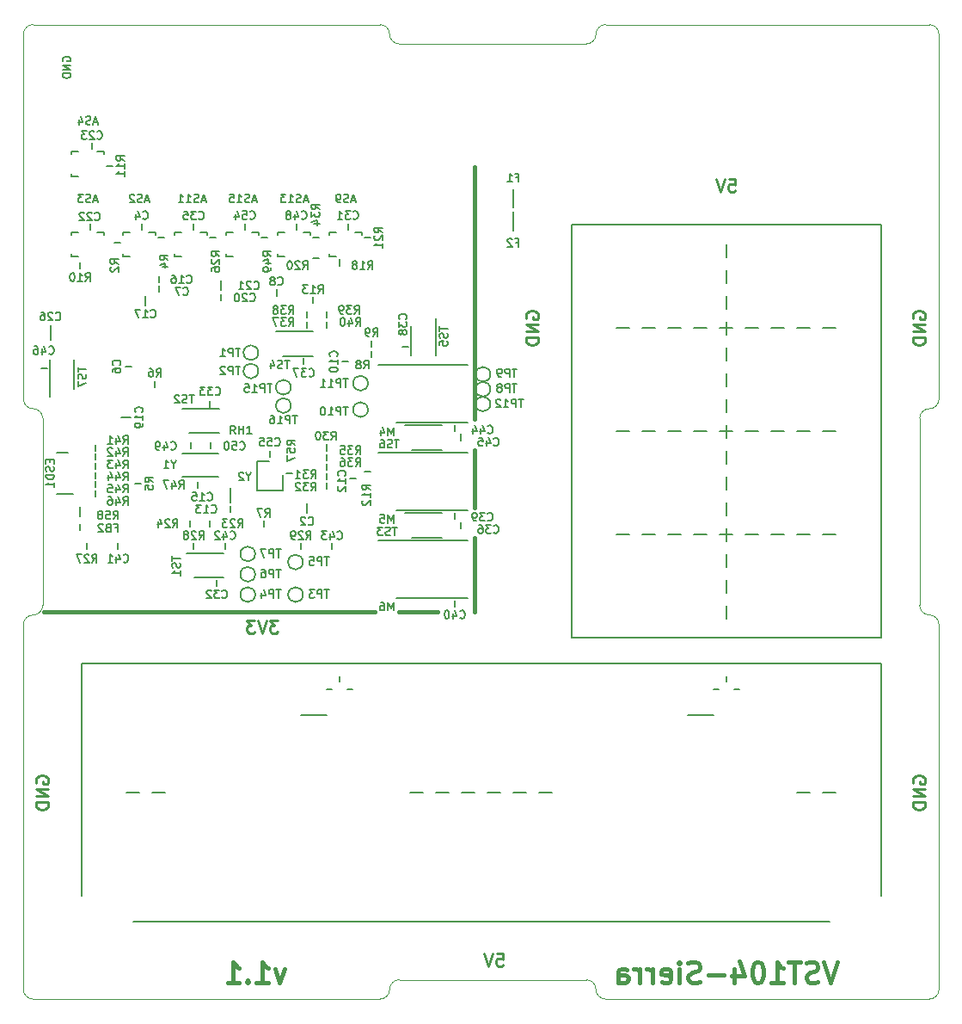
<source format=gbr>
G04 #@! TF.GenerationSoftware,KiCad,Pcbnew,5.1.9*
G04 #@! TF.CreationDate,2021-03-03T13:13:51+01:00*
G04 #@! TF.ProjectId,board_sierra,626f6172-645f-4736-9965-7272612e6b69,v1.1*
G04 #@! TF.SameCoordinates,PX1903cf0PY6c69e80*
G04 #@! TF.FileFunction,Legend,Bot*
G04 #@! TF.FilePolarity,Positive*
%FSLAX46Y46*%
G04 Gerber Fmt 4.6, Leading zero omitted, Abs format (unit mm)*
G04 Created by KiCad (PCBNEW 5.1.9) date 2021-03-03 13:13:51*
%MOMM*%
%LPD*%
G01*
G04 APERTURE LIST*
%ADD10C,0.160000*%
%ADD11C,0.400000*%
G04 #@! TA.AperFunction,Profile*
%ADD12C,0.100000*%
G04 #@! TD*
%ADD13C,0.200000*%
%ADD14C,0.250000*%
G04 APERTURE END LIST*
D10*
X-1200000Y87209524D02*
X-1238096Y87285715D01*
X-1238096Y87400000D01*
X-1200000Y87514286D01*
X-1123810Y87590477D01*
X-1047620Y87628572D01*
X-895239Y87666667D01*
X-780953Y87666667D01*
X-628572Y87628572D01*
X-552381Y87590477D01*
X-476191Y87514286D01*
X-438096Y87400000D01*
X-438096Y87323810D01*
X-476191Y87209524D01*
X-514286Y87171429D01*
X-780953Y87171429D01*
X-780953Y87323810D01*
X-438096Y86828572D02*
X-1238096Y86828572D01*
X-438096Y86371429D01*
X-1238096Y86371429D01*
X-438096Y85990477D02*
X-1238096Y85990477D01*
X-1238096Y85800000D01*
X-1200000Y85685715D01*
X-1123810Y85609524D01*
X-1047620Y85571429D01*
X-895239Y85533334D01*
X-780953Y85533334D01*
X-628572Y85571429D01*
X-552381Y85609524D01*
X-476191Y85685715D01*
X-438096Y85800000D01*
X-438096Y85990477D01*
D11*
X75039761Y-1444761D02*
X74373095Y-3444761D01*
X73706428Y-1444761D01*
X73135000Y-3349523D02*
X72849285Y-3444761D01*
X72373095Y-3444761D01*
X72182619Y-3349523D01*
X72087380Y-3254285D01*
X71992142Y-3063809D01*
X71992142Y-2873333D01*
X72087380Y-2682857D01*
X72182619Y-2587619D01*
X72373095Y-2492380D01*
X72754047Y-2397142D01*
X72944523Y-2301904D01*
X73039761Y-2206666D01*
X73135000Y-2016190D01*
X73135000Y-1825714D01*
X73039761Y-1635238D01*
X72944523Y-1540000D01*
X72754047Y-1444761D01*
X72277857Y-1444761D01*
X71992142Y-1540000D01*
X71420714Y-1444761D02*
X70277857Y-1444761D01*
X70849285Y-3444761D02*
X70849285Y-1444761D01*
X68563571Y-3444761D02*
X69706428Y-3444761D01*
X69135000Y-3444761D02*
X69135000Y-1444761D01*
X69325476Y-1730476D01*
X69515952Y-1920952D01*
X69706428Y-2016190D01*
X67325476Y-1444761D02*
X67135000Y-1444761D01*
X66944523Y-1540000D01*
X66849285Y-1635238D01*
X66754047Y-1825714D01*
X66658809Y-2206666D01*
X66658809Y-2682857D01*
X66754047Y-3063809D01*
X66849285Y-3254285D01*
X66944523Y-3349523D01*
X67135000Y-3444761D01*
X67325476Y-3444761D01*
X67515952Y-3349523D01*
X67611190Y-3254285D01*
X67706428Y-3063809D01*
X67801666Y-2682857D01*
X67801666Y-2206666D01*
X67706428Y-1825714D01*
X67611190Y-1635238D01*
X67515952Y-1540000D01*
X67325476Y-1444761D01*
X64944523Y-2111428D02*
X64944523Y-3444761D01*
X65420714Y-1349523D02*
X65896904Y-2778095D01*
X64658809Y-2778095D01*
X63896904Y-2682857D02*
X62373095Y-2682857D01*
X61515952Y-3349523D02*
X61230238Y-3444761D01*
X60754047Y-3444761D01*
X60563571Y-3349523D01*
X60468333Y-3254285D01*
X60373095Y-3063809D01*
X60373095Y-2873333D01*
X60468333Y-2682857D01*
X60563571Y-2587619D01*
X60754047Y-2492380D01*
X61135000Y-2397142D01*
X61325476Y-2301904D01*
X61420714Y-2206666D01*
X61515952Y-2016190D01*
X61515952Y-1825714D01*
X61420714Y-1635238D01*
X61325476Y-1540000D01*
X61135000Y-1444761D01*
X60658809Y-1444761D01*
X60373095Y-1540000D01*
X59515952Y-3444761D02*
X59515952Y-2111428D01*
X59515952Y-1444761D02*
X59611190Y-1540000D01*
X59515952Y-1635238D01*
X59420714Y-1540000D01*
X59515952Y-1444761D01*
X59515952Y-1635238D01*
X57801666Y-3349523D02*
X57992142Y-3444761D01*
X58373095Y-3444761D01*
X58563571Y-3349523D01*
X58658809Y-3159047D01*
X58658809Y-2397142D01*
X58563571Y-2206666D01*
X58373095Y-2111428D01*
X57992142Y-2111428D01*
X57801666Y-2206666D01*
X57706428Y-2397142D01*
X57706428Y-2587619D01*
X58658809Y-2778095D01*
X56849285Y-3444761D02*
X56849285Y-2111428D01*
X56849285Y-2492380D02*
X56754047Y-2301904D01*
X56658809Y-2206666D01*
X56468333Y-2111428D01*
X56277857Y-2111428D01*
X55611190Y-3444761D02*
X55611190Y-2111428D01*
X55611190Y-2492380D02*
X55515952Y-2301904D01*
X55420714Y-2206666D01*
X55230238Y-2111428D01*
X55039761Y-2111428D01*
X53515952Y-3444761D02*
X53515952Y-2397142D01*
X53611190Y-2206666D01*
X53801666Y-2111428D01*
X54182619Y-2111428D01*
X54373095Y-2206666D01*
X53515952Y-3349523D02*
X53706428Y-3444761D01*
X54182619Y-3444761D01*
X54373095Y-3349523D01*
X54468333Y-3159047D01*
X54468333Y-2968571D01*
X54373095Y-2778095D01*
X54182619Y-2682857D01*
X53706428Y-2682857D01*
X53515952Y-2587619D01*
X20637142Y-2111428D02*
X20160952Y-3444761D01*
X19684761Y-2111428D01*
X17875238Y-3444761D02*
X19018095Y-3444761D01*
X18446666Y-3444761D02*
X18446666Y-1444761D01*
X18637142Y-1730476D01*
X18827619Y-1920952D01*
X19018095Y-2016190D01*
X17018095Y-3254285D02*
X16922857Y-3349523D01*
X17018095Y-3444761D01*
X17113333Y-3349523D01*
X17018095Y-3254285D01*
X17018095Y-3444761D01*
X15018095Y-3444761D02*
X16160952Y-3444761D01*
X15589523Y-3444761D02*
X15589523Y-1444761D01*
X15780000Y-1730476D01*
X15970476Y-1920952D01*
X16160952Y-2016190D01*
X39320000Y51965000D02*
X39320000Y76780000D01*
X39310000Y43310000D02*
X39310000Y48910000D01*
X39310000Y33020000D02*
X39310000Y40320000D01*
X31920000Y33020000D02*
X35720000Y33020000D01*
X-3080000Y33020000D02*
X29520000Y33020000D01*
D12*
X50355500Y88900000D02*
G75*
G03*
X51308000Y89852500I0J952500D01*
G01*
X31940500Y88900000D02*
X50355500Y88900000D01*
X52260500Y90805000D02*
X84137500Y90805000D01*
X30988000Y89852500D02*
G75*
G03*
X30035500Y90805000I-952500J0D01*
G01*
X30988000Y89852500D02*
G75*
G03*
X31940500Y88900000I952500J0D01*
G01*
X-4127500Y90805000D02*
X30035500Y90805000D01*
X52260500Y90805000D02*
G75*
G03*
X51308000Y89852500I0J-952500D01*
G01*
X52260500Y-5080000D02*
X84137500Y-5080000D01*
X31940500Y-3175000D02*
X50355500Y-3175000D01*
X-4127500Y-5080000D02*
X30035500Y-5080000D01*
X52260500Y-5080000D02*
G75*
G02*
X51308000Y-4127500I0J952500D01*
G01*
X50355500Y-3175000D02*
G75*
G02*
X51308000Y-4127500I0J-952500D01*
G01*
X30988000Y-4127500D02*
G75*
G02*
X31940500Y-3175000I952500J0D01*
G01*
X30988000Y-4127500D02*
G75*
G02*
X30035500Y-5080000I-952500J0D01*
G01*
X84137500Y53009800D02*
G75*
G03*
X83185000Y52057300I0J-952500D01*
G01*
X85090000Y89852500D02*
X85090000Y53962300D01*
X83185000Y52057300D02*
X83185000Y33667700D01*
X85090000Y31762700D02*
X85090000Y-4127500D01*
X83185000Y33667700D02*
G75*
G03*
X84137500Y32715200I952500J0D01*
G01*
X85090000Y31762700D02*
G75*
G03*
X84137500Y32715200I-952500J0D01*
G01*
X84137500Y53009800D02*
G75*
G03*
X85090000Y53962300I0J952500D01*
G01*
X85090000Y-4127500D02*
G75*
G02*
X84137500Y-5080000I-952500J0D01*
G01*
X84137500Y90805000D02*
G75*
G02*
X85090000Y89852500I0J-952500D01*
G01*
X-5080000Y31762700D02*
X-5080000Y-4127500D01*
X-5080000Y89852500D02*
X-5080000Y53962300D01*
X-5080000Y89852500D02*
G75*
G02*
X-4127500Y90805000I952500J0D01*
G01*
X-3175000Y52057300D02*
X-3175000Y33667700D01*
X-4127500Y53009800D02*
G75*
G02*
X-5080000Y53962300I0J952500D01*
G01*
X-4127500Y53009800D02*
G75*
G02*
X-3175000Y52057300I0J-952500D01*
G01*
X-3175000Y33667700D02*
G75*
G02*
X-4127500Y32715200I-952500J0D01*
G01*
X-5080000Y31762700D02*
G75*
G02*
X-4127500Y32715200I952500J0D01*
G01*
X-4127500Y-5080000D02*
G75*
G02*
X-5080000Y-4127500I0J952500D01*
G01*
D10*
G04 #@! TO.C,ESD1*
X-670000Y48710000D02*
X-1810000Y48710000D01*
X-1810000Y44610000D02*
X-170000Y44610000D01*
D13*
G04 #@! TO.C,UA5*
X64135000Y48895000D02*
X64135000Y47625000D01*
X64135000Y53975000D02*
X64135000Y52705000D01*
X64135000Y41275000D02*
X64135000Y40005000D01*
X64135000Y46355000D02*
X64135000Y45085000D01*
X48895000Y71120000D02*
X79375000Y71120000D01*
X79375000Y30480000D02*
X48895000Y30480000D01*
X64135000Y64135000D02*
X64135000Y62865000D01*
X64135000Y61595000D02*
X64135000Y60325000D01*
X64135000Y69215000D02*
X64135000Y67945000D01*
X64135000Y51435000D02*
X64135000Y50165000D01*
X48895000Y30480000D02*
X48895000Y71120000D01*
X64135000Y59055000D02*
X64135000Y57785000D01*
X64135000Y56515000D02*
X64135000Y55245000D01*
X64135000Y66675000D02*
X64135000Y65405000D01*
X79375000Y71120000D02*
X79375000Y30480000D01*
X64135000Y43815000D02*
X64135000Y42545000D01*
X68580000Y40640000D02*
X69850000Y40640000D01*
X35560000Y15240000D02*
X36830000Y15240000D01*
X53340000Y40640000D02*
X54610000Y40640000D01*
X79375000Y27940000D02*
X79375000Y5080000D01*
X66040000Y40640000D02*
X67310000Y40640000D01*
X33020000Y15240000D02*
X34290000Y15240000D01*
X73660000Y15240000D02*
X74930000Y15240000D01*
X635000Y27940000D02*
X79375000Y27940000D01*
X58420000Y60960000D02*
X59690000Y60960000D01*
X63500000Y50800000D02*
X64770000Y50800000D01*
X53340000Y50800000D02*
X54610000Y50800000D01*
X63500000Y40640000D02*
X64770000Y40640000D01*
X55880000Y60960000D02*
X57150000Y60960000D01*
X73660000Y40640000D02*
X74930000Y40640000D01*
X45720000Y15240000D02*
X46990000Y15240000D01*
X68580000Y60960000D02*
X69850000Y60960000D01*
X73660000Y60960000D02*
X74930000Y60960000D01*
X71120000Y50800000D02*
X72390000Y50800000D01*
X74295000Y2540000D02*
X5715000Y2540000D01*
X7620000Y15240000D02*
X8890000Y15240000D01*
X73660000Y50800000D02*
X74930000Y50800000D01*
X55880000Y40640000D02*
X57150000Y40640000D01*
X71120000Y60960000D02*
X72390000Y60960000D01*
X64135000Y36195000D02*
X64135000Y34925000D01*
X64135000Y38735000D02*
X64135000Y37465000D01*
X53340000Y60960000D02*
X54610000Y60960000D01*
X64135000Y33655000D02*
X64135000Y32385000D01*
X68580000Y50800000D02*
X69850000Y50800000D01*
X58420000Y40640000D02*
X59690000Y40640000D01*
X60960000Y50800000D02*
X62230000Y50800000D01*
X66040000Y50800000D02*
X67310000Y50800000D01*
X60960000Y60960000D02*
X62230000Y60960000D01*
X63500000Y60960000D02*
X64770000Y60960000D01*
X66040000Y60960000D02*
X67310000Y60960000D01*
X55880000Y50800000D02*
X57150000Y50800000D01*
X71120000Y15240000D02*
X72390000Y15240000D01*
X58420000Y50800000D02*
X59690000Y50800000D01*
X60960000Y40640000D02*
X62230000Y40640000D01*
X71120000Y40640000D02*
X72390000Y40640000D01*
X635000Y5080000D02*
X635000Y27940000D01*
X38100000Y15240000D02*
X39370000Y15240000D01*
X40640000Y15240000D02*
X41910000Y15240000D01*
X43180000Y15240000D02*
X44450000Y15240000D01*
X5080000Y15240000D02*
X6350000Y15240000D01*
G04 #@! TO.C,UA4*
X62865000Y22860000D02*
X60325000Y22860000D01*
X64135000Y26670000D02*
X64135000Y26162000D01*
X65405000Y25400000D02*
X64897000Y25400000D01*
X63373000Y25400000D02*
X62865000Y25400000D01*
G04 #@! TO.C,UA2*
X24765000Y22860000D02*
X22225000Y22860000D01*
X26035000Y26670000D02*
X26035000Y26162000D01*
X27305000Y25400000D02*
X26797000Y25400000D01*
X25273000Y25400000D02*
X24765000Y25400000D01*
D10*
G04 #@! TO.C,TP16*
X21250000Y53320000D02*
G75*
G03*
X21250000Y53320000I-730000J0D01*
G01*
G04 #@! TO.C,TP15*
X21250000Y55120000D02*
G75*
G03*
X21250000Y55120000I-730000J0D01*
G01*
G04 #@! TO.C,TP12*
X40900000Y53470000D02*
G75*
G03*
X40900000Y53470000I-730000J0D01*
G01*
G04 #@! TO.C,TP11*
X28850000Y55520000D02*
G75*
G03*
X28850000Y55520000I-730000J0D01*
G01*
G04 #@! TO.C,TP10*
X28850000Y52920000D02*
G75*
G03*
X28850000Y52920000I-730000J0D01*
G01*
G04 #@! TO.C,TP9*
X40900000Y56390000D02*
G75*
G03*
X40900000Y56390000I-730000J0D01*
G01*
G04 #@! TO.C,TP8*
X40900000Y54930000D02*
G75*
G03*
X40900000Y54930000I-730000J0D01*
G01*
G04 #@! TO.C,TP7*
X17742000Y38720000D02*
G75*
G03*
X17742000Y38720000I-730000J0D01*
G01*
G04 #@! TO.C,TP6*
X17742000Y36720000D02*
G75*
G03*
X17742000Y36720000I-730000J0D01*
G01*
G04 #@! TO.C,TP5*
X22447000Y37920000D02*
G75*
G03*
X22447000Y37920000I-730000J0D01*
G01*
G04 #@! TO.C,TP4*
X17748000Y34720000D02*
G75*
G03*
X17748000Y34720000I-730000J0D01*
G01*
G04 #@! TO.C,TP3*
X22447000Y34720000D02*
G75*
G03*
X22447000Y34720000I-730000J0D01*
G01*
G04 #@! TO.C,TP2*
X18050000Y56720000D02*
G75*
G03*
X18050000Y56720000I-730000J0D01*
G01*
G04 #@! TO.C,TP1*
X18050000Y58520000D02*
G75*
G03*
X18050000Y58520000I-730000J0D01*
G01*
G04 #@! TO.C,C21*
X14340000Y65630000D02*
X14340000Y64690000D01*
G04 #@! TO.C,C17*
X6940000Y63180000D02*
X6940000Y64120000D01*
G04 #@! TO.C,C26*
X-2430000Y61200000D02*
X-2430000Y59800000D01*
G04 #@! TO.C,C15*
X15330000Y45210000D02*
X15330000Y43810000D01*
G04 #@! TO.C,C2*
X22840000Y42770000D02*
X22840000Y43710000D01*
G04 #@! TO.C,C42*
X14772000Y39800000D02*
X14772000Y39200000D01*
G04 #@! TO.C,C41*
X4246000Y39800000D02*
X4246000Y39200000D01*
G04 #@! TO.C,R58*
X508000Y43396000D02*
X508000Y42456000D01*
G04 #@! TO.C,F1*
X43170000Y74620000D02*
X43170000Y72820000D01*
G04 #@! TO.C,F2*
X43170000Y72370000D02*
X43170000Y70570000D01*
G04 #@! TO.C,R40*
X24790000Y61000000D02*
X24790000Y61600000D01*
G04 #@! TO.C,R24*
X11360000Y41370000D02*
X11360000Y41970000D01*
G04 #@! TO.C,R29*
X22248000Y39800000D02*
X22248000Y39200000D01*
G04 #@! TO.C,R28*
X11702000Y39800000D02*
X11702000Y39200000D01*
G04 #@! TO.C,R27*
X1166000Y39800000D02*
X1166000Y39200000D01*
G04 #@! TO.C,M4*
X29880000Y57308000D02*
X38690000Y57308000D01*
X38700000Y51658000D02*
X31660000Y51658000D01*
G04 #@! TO.C,M6*
X29880000Y40036000D02*
X38690000Y40036000D01*
X38700000Y34386000D02*
X31660000Y34386000D01*
G04 #@! TO.C,M5*
X29880000Y48672000D02*
X38690000Y48672000D01*
X38700000Y43022000D02*
X31660000Y43022000D01*
G04 #@! TO.C,TS7*
X-110000Y54920000D02*
X-110000Y57820000D01*
X-2510000Y57820000D02*
X-2510000Y54180000D01*
G04 #@! TO.C,TS6*
X33210000Y48965000D02*
X36110000Y48965000D01*
X36110000Y51365000D02*
X32470000Y51365000D01*
G04 #@! TO.C,TS5*
X33110000Y61140000D02*
X33110000Y58240000D01*
X35510000Y58240000D02*
X35510000Y61880000D01*
G04 #@! TO.C,TS4*
X20510000Y58210000D02*
X23410000Y58210000D01*
X23410000Y60610000D02*
X19770000Y60610000D01*
G04 #@! TO.C,TS3*
X33210000Y40329000D02*
X36110000Y40329000D01*
X36110000Y42729000D02*
X32470000Y42729000D01*
G04 #@! TO.C,TS2*
X11280000Y50610000D02*
X14180000Y50610000D01*
X14180000Y53010000D02*
X10540000Y53010000D01*
G04 #@! TO.C,TS1*
X11747000Y36392000D02*
X14647000Y36392000D01*
X14647000Y38792000D02*
X11007000Y38792000D01*
G04 #@! TO.C,C19*
X4550000Y52160000D02*
X5490000Y52160000D01*
G04 #@! TO.C,R9*
X29220000Y59110000D02*
X29220000Y59710000D01*
G04 #@! TO.C,R8*
X29220000Y58120000D02*
X29220000Y58720000D01*
G04 #@! TO.C,C13*
X15330000Y42810000D02*
X15330000Y43410000D01*
G04 #@! TO.C,R42*
X1990000Y47970000D02*
X1990000Y48570000D01*
G04 #@! TO.C,C20*
X14340000Y64280000D02*
X14340000Y63680000D01*
G04 #@! TO.C,R13*
X23450000Y63420000D02*
X23450000Y64020000D01*
G04 #@! TO.C,R12*
X29080000Y46830000D02*
X28480000Y46830000D01*
G04 #@! TO.C,R7*
X18590000Y41370000D02*
X18590000Y41970000D01*
G04 #@! TO.C,R6*
X7880000Y55110000D02*
X7880000Y55710000D01*
G04 #@! TO.C,R5*
X5930000Y45660000D02*
X6530000Y45660000D01*
G04 #@! TO.C,C16*
X8300000Y65430000D02*
X8300000Y66030000D01*
G04 #@! TO.C,C7*
X8300000Y64530000D02*
X8300000Y65130000D01*
G04 #@! TO.C,C6*
X4990000Y57160000D02*
X5590000Y57160000D01*
G04 #@! TO.C,R20*
X24040000Y67818000D02*
X23440000Y67818000D01*
G04 #@! TO.C,R18*
X26070000Y67100000D02*
X26070000Y67700000D01*
G04 #@! TO.C,R2*
X4500000Y69350000D02*
X3900000Y69350000D01*
G04 #@! TO.C,R11*
X3120000Y76890000D02*
X3720000Y76890000D01*
G04 #@! TO.C,R26*
X13880000Y69850000D02*
X13280000Y69850000D01*
G04 #@! TO.C,C35*
X11630000Y71200000D02*
X11630000Y70600000D01*
G04 #@! TO.C,AS11*
X9840000Y67960000D02*
X9840000Y68210000D01*
X9840000Y67960000D02*
X10480000Y67960000D01*
X13020000Y70340000D02*
X12380000Y70340000D01*
X13020000Y70340000D02*
X13020000Y70090000D01*
X9840000Y70340000D02*
X10480000Y70340000D01*
X9840000Y70340000D02*
X9840000Y70090000D01*
G04 #@! TO.C,C55*
X19190000Y48840000D02*
X19190000Y48240000D01*
G04 #@! TO.C,C50*
X13336000Y49088000D02*
X13336000Y49688000D01*
G04 #@! TO.C,R39*
X24790000Y61960000D02*
X24790000Y62560000D01*
G04 #@! TO.C,R38*
X22840000Y62560000D02*
X22840000Y61960000D01*
G04 #@! TO.C,R37*
X22840000Y61600000D02*
X22840000Y61000000D01*
G04 #@! TO.C,R46*
X1990000Y44360000D02*
X1990000Y44960000D01*
G04 #@! TO.C,R45*
X1990000Y45270000D02*
X1990000Y45870000D01*
G04 #@! TO.C,R44*
X1990000Y46170000D02*
X1990000Y46770000D01*
G04 #@! TO.C,R43*
X1990000Y47070000D02*
X1990000Y47670000D01*
G04 #@! TO.C,R41*
X1990000Y48870000D02*
X1990000Y49470000D01*
G04 #@! TO.C,FB2*
X508000Y41702000D02*
X508000Y41102000D01*
G04 #@! TO.C,R36*
X24800000Y47010000D02*
X24800000Y47610000D01*
G04 #@! TO.C,R35*
X24800000Y47950000D02*
X24800000Y48550000D01*
G04 #@! TO.C,Y2*
X20430000Y46450000D02*
X20430000Y44950000D01*
X17950000Y44950000D02*
X20430000Y44950000D01*
X17950000Y44950000D02*
X17950000Y47830000D01*
X19150000Y47830000D02*
X17950000Y47830000D01*
G04 #@! TO.C,Y1*
X14146000Y46308000D02*
X10586000Y46308000D01*
X10586000Y48588000D02*
X14146000Y48588000D01*
G04 #@! TO.C,R4*
X8800000Y69850000D02*
X8200000Y69850000D01*
G04 #@! TO.C,R23*
X13310000Y41970000D02*
X13310000Y41370000D01*
G04 #@! TO.C,R49*
X18960000Y69850000D02*
X18360000Y69850000D01*
G04 #@! TO.C,R34*
X24040000Y69850000D02*
X23440000Y69850000D01*
G04 #@! TO.C,R32*
X24800000Y45110000D02*
X24800000Y45710000D01*
G04 #@! TO.C,R31*
X24800000Y46060000D02*
X24800000Y46660000D01*
G04 #@! TO.C,R30*
X24800000Y48900000D02*
X24800000Y49500000D01*
G04 #@! TO.C,R57*
X21440000Y46640000D02*
X20840000Y46640000D01*
G04 #@! TO.C,R47*
X12086000Y45808000D02*
X12086000Y45208000D01*
G04 #@! TO.C,R21*
X29120000Y69850000D02*
X28520000Y69850000D01*
G04 #@! TO.C,R10*
X520000Y66780000D02*
X520000Y67380000D01*
G04 #@! TO.C,C4*
X6550000Y71200000D02*
X6550000Y70600000D01*
G04 #@! TO.C,C46*
X-3360000Y56950000D02*
X-2760000Y56950000D01*
G04 #@! TO.C,C45*
X37990000Y49910000D02*
X37990000Y50510000D01*
G04 #@! TO.C,C38*
X32860000Y59110000D02*
X32260000Y59110000D01*
G04 #@! TO.C,C37*
X22540000Y57410000D02*
X22540000Y58010000D01*
G04 #@! TO.C,C36*
X37990000Y41270000D02*
X37990000Y41870000D01*
G04 #@! TO.C,C33*
X13310000Y53810000D02*
X13310000Y53210000D01*
G04 #@! TO.C,C32*
X13952000Y36150000D02*
X13952000Y35550000D01*
G04 #@! TO.C,C54*
X16710000Y71200000D02*
X16710000Y70600000D01*
G04 #@! TO.C,C43*
X25328000Y39800000D02*
X25328000Y39200000D01*
G04 #@! TO.C,C48*
X21790000Y71200000D02*
X21790000Y70600000D01*
G04 #@! TO.C,C40*
X37400000Y34140000D02*
X37400000Y33540000D01*
G04 #@! TO.C,C39*
X37400000Y42770000D02*
X37400000Y42170000D01*
G04 #@! TO.C,C44*
X37390000Y51410000D02*
X37390000Y50810000D01*
G04 #@! TO.C,C49*
X11386000Y49088000D02*
X11386000Y49688000D01*
G04 #@! TO.C,C31*
X26870000Y71200000D02*
X26870000Y70600000D01*
G04 #@! TO.C,C12*
X27680000Y46160000D02*
X27080000Y46160000D01*
G04 #@! TO.C,C10*
X26910000Y57660000D02*
X26310000Y57660000D01*
G04 #@! TO.C,C8*
X19840000Y64740000D02*
X19840000Y64140000D01*
G04 #@! TO.C,C23*
X1670000Y79140000D02*
X1670000Y78540000D01*
G04 #@! TO.C,C22*
X1470000Y71200000D02*
X1470000Y70600000D01*
G04 #@! TO.C,AS2*
X4760000Y67960000D02*
X4760000Y68210000D01*
X4760000Y67960000D02*
X5400000Y67960000D01*
X7940000Y70340000D02*
X7300000Y70340000D01*
X7940000Y70340000D02*
X7940000Y70090000D01*
X4760000Y70340000D02*
X5400000Y70340000D01*
X4760000Y70340000D02*
X4760000Y70090000D01*
G04 #@! TO.C,AS15*
X14920000Y67960000D02*
X14920000Y68210000D01*
X14920000Y67960000D02*
X15560000Y67960000D01*
X18100000Y70340000D02*
X17460000Y70340000D01*
X18100000Y70340000D02*
X18100000Y70090000D01*
X14920000Y70340000D02*
X15560000Y70340000D01*
X14920000Y70340000D02*
X14920000Y70090000D01*
G04 #@! TO.C,AS13*
X20000000Y67960000D02*
X20000000Y68210000D01*
X20000000Y67960000D02*
X20640000Y67960000D01*
X23180000Y70340000D02*
X22540000Y70340000D01*
X23180000Y70340000D02*
X23180000Y70090000D01*
X20000000Y70340000D02*
X20640000Y70340000D01*
X20000000Y70340000D02*
X20000000Y70090000D01*
G04 #@! TO.C,AS9*
X25080000Y67960000D02*
X25080000Y68210000D01*
X25080000Y67960000D02*
X25720000Y67960000D01*
X28260000Y70340000D02*
X27620000Y70340000D01*
X28260000Y70340000D02*
X28260000Y70090000D01*
X25080000Y70340000D02*
X25720000Y70340000D01*
X25080000Y70340000D02*
X25080000Y70090000D01*
G04 #@! TO.C,AS4*
X-320000Y75900000D02*
X-320000Y76150000D01*
X-320000Y75900000D02*
X320000Y75900000D01*
X2860000Y78280000D02*
X2220000Y78280000D01*
X2860000Y78280000D02*
X2860000Y78030000D01*
X-320000Y78280000D02*
X320000Y78280000D01*
X-320000Y78280000D02*
X-320000Y78030000D01*
G04 #@! TO.C,AS3*
X-320000Y67960000D02*
X-320000Y68210000D01*
X-320000Y67960000D02*
X320000Y67960000D01*
X2860000Y70340000D02*
X2220000Y70340000D01*
X2860000Y70340000D02*
X2860000Y70090000D01*
X-320000Y70340000D02*
X320000Y70340000D01*
X-320000Y70340000D02*
X-320000Y70090000D01*
G04 #@! TD*
G04 #@! TO.C,RH1*
X15783619Y50538096D02*
X15516952Y50919048D01*
X15326476Y50538096D02*
X15326476Y51338096D01*
X15631238Y51338096D01*
X15707428Y51300000D01*
X15745523Y51261905D01*
X15783619Y51185715D01*
X15783619Y51071429D01*
X15745523Y50995239D01*
X15707428Y50957143D01*
X15631238Y50919048D01*
X15326476Y50919048D01*
X16126476Y50538096D02*
X16126476Y51338096D01*
X16126476Y50957143D02*
X16583619Y50957143D01*
X16583619Y50538096D02*
X16583619Y51338096D01*
X17383619Y50538096D02*
X16926476Y50538096D01*
X17155047Y50538096D02*
X17155047Y51338096D01*
X17078857Y51223810D01*
X17002666Y51147620D01*
X16926476Y51109524D01*
G04 #@! TO.C,ESD1*
X-2477143Y47993334D02*
X-2477143Y47726667D01*
X-2058096Y47612381D02*
X-2058096Y47993334D01*
X-2858096Y47993334D01*
X-2858096Y47612381D01*
X-2096191Y47307620D02*
X-2058096Y47193334D01*
X-2058096Y47002858D01*
X-2096191Y46926667D01*
X-2134286Y46888572D01*
X-2210477Y46850477D01*
X-2286667Y46850477D01*
X-2362858Y46888572D01*
X-2400953Y46926667D01*
X-2439048Y47002858D01*
X-2477143Y47155239D01*
X-2515239Y47231429D01*
X-2553334Y47269524D01*
X-2629524Y47307620D01*
X-2705715Y47307620D01*
X-2781905Y47269524D01*
X-2820000Y47231429D01*
X-2858096Y47155239D01*
X-2858096Y46964762D01*
X-2820000Y46850477D01*
X-2058096Y46507620D02*
X-2858096Y46507620D01*
X-2858096Y46317143D01*
X-2820000Y46202858D01*
X-2743810Y46126667D01*
X-2667620Y46088572D01*
X-2515239Y46050477D01*
X-2400953Y46050477D01*
X-2248572Y46088572D01*
X-2172381Y46126667D01*
X-2096191Y46202858D01*
X-2058096Y46317143D01*
X-2058096Y46507620D01*
X-2058096Y45288572D02*
X-2058096Y45745715D01*
X-2058096Y45517143D02*
X-2858096Y45517143D01*
X-2743810Y45593334D01*
X-2667620Y45669524D01*
X-2629524Y45745715D01*
G04 #@! TO.C,UA5*
D14*
X64373095Y75614524D02*
X64968333Y75614524D01*
X65027857Y75019286D01*
X64968333Y75078810D01*
X64849285Y75138334D01*
X64551666Y75138334D01*
X64432619Y75078810D01*
X64373095Y75019286D01*
X64313571Y74900239D01*
X64313571Y74602620D01*
X64373095Y74483572D01*
X64432619Y74424048D01*
X64551666Y74364524D01*
X64849285Y74364524D01*
X64968333Y74424048D01*
X65027857Y74483572D01*
X63956428Y75614524D02*
X63539761Y74364524D01*
X63123095Y75614524D01*
X41513095Y-585476D02*
X42108333Y-585476D01*
X42167857Y-1180714D01*
X42108333Y-1121190D01*
X41989285Y-1061666D01*
X41691666Y-1061666D01*
X41572619Y-1121190D01*
X41513095Y-1180714D01*
X41453571Y-1299761D01*
X41453571Y-1597380D01*
X41513095Y-1716428D01*
X41572619Y-1775952D01*
X41691666Y-1835476D01*
X41989285Y-1835476D01*
X42108333Y-1775952D01*
X42167857Y-1716428D01*
X41096428Y-585476D02*
X40679761Y-1835476D01*
X40263095Y-585476D01*
X-3800000Y16192381D02*
X-3859524Y16311429D01*
X-3859524Y16490000D01*
X-3800000Y16668572D01*
X-3680953Y16787620D01*
X-3561905Y16847143D01*
X-3323810Y16906667D01*
X-3145239Y16906667D01*
X-2907143Y16847143D01*
X-2788096Y16787620D01*
X-2669048Y16668572D01*
X-2609524Y16490000D01*
X-2609524Y16370953D01*
X-2669048Y16192381D01*
X-2728572Y16132858D01*
X-3145239Y16132858D01*
X-3145239Y16370953D01*
X-2609524Y15597143D02*
X-3859524Y15597143D01*
X-2609524Y14882858D01*
X-3859524Y14882858D01*
X-2609524Y14287620D02*
X-3859524Y14287620D01*
X-3859524Y13990000D01*
X-3800000Y13811429D01*
X-3680953Y13692381D01*
X-3561905Y13632858D01*
X-3323810Y13573334D01*
X-3145239Y13573334D01*
X-2907143Y13632858D01*
X-2788096Y13692381D01*
X-2669048Y13811429D01*
X-2609524Y13990000D01*
X-2609524Y14287620D01*
X82560000Y16192381D02*
X82500476Y16311429D01*
X82500476Y16490000D01*
X82560000Y16668572D01*
X82679047Y16787620D01*
X82798095Y16847143D01*
X83036190Y16906667D01*
X83214761Y16906667D01*
X83452857Y16847143D01*
X83571904Y16787620D01*
X83690952Y16668572D01*
X83750476Y16490000D01*
X83750476Y16370953D01*
X83690952Y16192381D01*
X83631428Y16132858D01*
X83214761Y16132858D01*
X83214761Y16370953D01*
X83750476Y15597143D02*
X82500476Y15597143D01*
X83750476Y14882858D01*
X82500476Y14882858D01*
X83750476Y14287620D02*
X82500476Y14287620D01*
X82500476Y13990000D01*
X82560000Y13811429D01*
X82679047Y13692381D01*
X82798095Y13632858D01*
X83036190Y13573334D01*
X83214761Y13573334D01*
X83452857Y13632858D01*
X83571904Y13692381D01*
X83690952Y13811429D01*
X83750476Y13990000D01*
X83750476Y14287620D01*
X19962619Y32180524D02*
X19188809Y32180524D01*
X19605476Y31704334D01*
X19426904Y31704334D01*
X19307857Y31644810D01*
X19248333Y31585286D01*
X19188809Y31466239D01*
X19188809Y31168620D01*
X19248333Y31049572D01*
X19307857Y30990048D01*
X19426904Y30930524D01*
X19784047Y30930524D01*
X19903095Y30990048D01*
X19962619Y31049572D01*
X18831666Y32180524D02*
X18415000Y30930524D01*
X17998333Y32180524D01*
X17700714Y32180524D02*
X16926904Y32180524D01*
X17343571Y31704334D01*
X17165000Y31704334D01*
X17045952Y31644810D01*
X16986428Y31585286D01*
X16926904Y31466239D01*
X16926904Y31168620D01*
X16986428Y31049572D01*
X17045952Y30990048D01*
X17165000Y30930524D01*
X17522142Y30930524D01*
X17641190Y30990048D01*
X17700714Y31049572D01*
X44460000Y61912381D02*
X44400476Y62031429D01*
X44400476Y62210000D01*
X44460000Y62388572D01*
X44579047Y62507620D01*
X44698095Y62567143D01*
X44936190Y62626667D01*
X45114761Y62626667D01*
X45352857Y62567143D01*
X45471904Y62507620D01*
X45590952Y62388572D01*
X45650476Y62210000D01*
X45650476Y62090953D01*
X45590952Y61912381D01*
X45531428Y61852858D01*
X45114761Y61852858D01*
X45114761Y62090953D01*
X45650476Y61317143D02*
X44400476Y61317143D01*
X45650476Y60602858D01*
X44400476Y60602858D01*
X45650476Y60007620D02*
X44400476Y60007620D01*
X44400476Y59710000D01*
X44460000Y59531429D01*
X44579047Y59412381D01*
X44698095Y59352858D01*
X44936190Y59293334D01*
X45114761Y59293334D01*
X45352857Y59352858D01*
X45471904Y59412381D01*
X45590952Y59531429D01*
X45650476Y59710000D01*
X45650476Y60007620D01*
X82560000Y61912381D02*
X82500476Y62031429D01*
X82500476Y62210000D01*
X82560000Y62388572D01*
X82679047Y62507620D01*
X82798095Y62567143D01*
X83036190Y62626667D01*
X83214761Y62626667D01*
X83452857Y62567143D01*
X83571904Y62507620D01*
X83690952Y62388572D01*
X83750476Y62210000D01*
X83750476Y62090953D01*
X83690952Y61912381D01*
X83631428Y61852858D01*
X83214761Y61852858D01*
X83214761Y62090953D01*
X83750476Y61317143D02*
X82500476Y61317143D01*
X83750476Y60602858D01*
X82500476Y60602858D01*
X83750476Y60007620D02*
X82500476Y60007620D01*
X82500476Y59710000D01*
X82560000Y59531429D01*
X82679047Y59412381D01*
X82798095Y59352858D01*
X83036190Y59293334D01*
X83214761Y59293334D01*
X83452857Y59352858D01*
X83571904Y59412381D01*
X83690952Y59531429D01*
X83750476Y59710000D01*
X83750476Y60007620D01*
G04 #@! TO.C,TP16*
D10*
X21890476Y52338096D02*
X21433333Y52338096D01*
X21661904Y51538096D02*
X21661904Y52338096D01*
X21166666Y51538096D02*
X21166666Y52338096D01*
X20861904Y52338096D01*
X20785714Y52300000D01*
X20747619Y52261905D01*
X20709523Y52185715D01*
X20709523Y52071429D01*
X20747619Y51995239D01*
X20785714Y51957143D01*
X20861904Y51919048D01*
X21166666Y51919048D01*
X19947619Y51538096D02*
X20404761Y51538096D01*
X20176190Y51538096D02*
X20176190Y52338096D01*
X20252380Y52223810D01*
X20328571Y52147620D01*
X20404761Y52109524D01*
X19261904Y52338096D02*
X19414285Y52338096D01*
X19490476Y52300000D01*
X19528571Y52261905D01*
X19604761Y52147620D01*
X19642857Y51995239D01*
X19642857Y51690477D01*
X19604761Y51614286D01*
X19566666Y51576191D01*
X19490476Y51538096D01*
X19338095Y51538096D01*
X19261904Y51576191D01*
X19223809Y51614286D01*
X19185714Y51690477D01*
X19185714Y51880953D01*
X19223809Y51957143D01*
X19261904Y51995239D01*
X19338095Y52033334D01*
X19490476Y52033334D01*
X19566666Y51995239D01*
X19604761Y51957143D01*
X19642857Y51880953D01*
G04 #@! TO.C,TP15*
X19390476Y55438096D02*
X18933333Y55438096D01*
X19161904Y54638096D02*
X19161904Y55438096D01*
X18666666Y54638096D02*
X18666666Y55438096D01*
X18361904Y55438096D01*
X18285714Y55400000D01*
X18247619Y55361905D01*
X18209523Y55285715D01*
X18209523Y55171429D01*
X18247619Y55095239D01*
X18285714Y55057143D01*
X18361904Y55019048D01*
X18666666Y55019048D01*
X17447619Y54638096D02*
X17904761Y54638096D01*
X17676190Y54638096D02*
X17676190Y55438096D01*
X17752380Y55323810D01*
X17828571Y55247620D01*
X17904761Y55209524D01*
X16723809Y55438096D02*
X17104761Y55438096D01*
X17142857Y55057143D01*
X17104761Y55095239D01*
X17028571Y55133334D01*
X16838095Y55133334D01*
X16761904Y55095239D01*
X16723809Y55057143D01*
X16685714Y54980953D01*
X16685714Y54790477D01*
X16723809Y54714286D01*
X16761904Y54676191D01*
X16838095Y54638096D01*
X17028571Y54638096D01*
X17104761Y54676191D01*
X17142857Y54714286D01*
G04 #@! TO.C,TP12*
X44140476Y53938096D02*
X43683333Y53938096D01*
X43911904Y53138096D02*
X43911904Y53938096D01*
X43416666Y53138096D02*
X43416666Y53938096D01*
X43111904Y53938096D01*
X43035714Y53900000D01*
X42997619Y53861905D01*
X42959523Y53785715D01*
X42959523Y53671429D01*
X42997619Y53595239D01*
X43035714Y53557143D01*
X43111904Y53519048D01*
X43416666Y53519048D01*
X42197619Y53138096D02*
X42654761Y53138096D01*
X42426190Y53138096D02*
X42426190Y53938096D01*
X42502380Y53823810D01*
X42578571Y53747620D01*
X42654761Y53709524D01*
X41892857Y53861905D02*
X41854761Y53900000D01*
X41778571Y53938096D01*
X41588095Y53938096D01*
X41511904Y53900000D01*
X41473809Y53861905D01*
X41435714Y53785715D01*
X41435714Y53709524D01*
X41473809Y53595239D01*
X41930952Y53138096D01*
X41435714Y53138096D01*
G04 #@! TO.C,TP11*
X26890476Y55938096D02*
X26433333Y55938096D01*
X26661904Y55138096D02*
X26661904Y55938096D01*
X26166666Y55138096D02*
X26166666Y55938096D01*
X25861904Y55938096D01*
X25785714Y55900000D01*
X25747619Y55861905D01*
X25709523Y55785715D01*
X25709523Y55671429D01*
X25747619Y55595239D01*
X25785714Y55557143D01*
X25861904Y55519048D01*
X26166666Y55519048D01*
X24947619Y55138096D02*
X25404761Y55138096D01*
X25176190Y55138096D02*
X25176190Y55938096D01*
X25252380Y55823810D01*
X25328571Y55747620D01*
X25404761Y55709524D01*
X24185714Y55138096D02*
X24642857Y55138096D01*
X24414285Y55138096D02*
X24414285Y55938096D01*
X24490476Y55823810D01*
X24566666Y55747620D01*
X24642857Y55709524D01*
G04 #@! TO.C,TP10*
X26890476Y53188096D02*
X26433333Y53188096D01*
X26661904Y52388096D02*
X26661904Y53188096D01*
X26166666Y52388096D02*
X26166666Y53188096D01*
X25861904Y53188096D01*
X25785714Y53150000D01*
X25747619Y53111905D01*
X25709523Y53035715D01*
X25709523Y52921429D01*
X25747619Y52845239D01*
X25785714Y52807143D01*
X25861904Y52769048D01*
X26166666Y52769048D01*
X24947619Y52388096D02*
X25404761Y52388096D01*
X25176190Y52388096D02*
X25176190Y53188096D01*
X25252380Y53073810D01*
X25328571Y52997620D01*
X25404761Y52959524D01*
X24452380Y53188096D02*
X24376190Y53188096D01*
X24300000Y53150000D01*
X24261904Y53111905D01*
X24223809Y53035715D01*
X24185714Y52883334D01*
X24185714Y52692858D01*
X24223809Y52540477D01*
X24261904Y52464286D01*
X24300000Y52426191D01*
X24376190Y52388096D01*
X24452380Y52388096D01*
X24528571Y52426191D01*
X24566666Y52464286D01*
X24604761Y52540477D01*
X24642857Y52692858D01*
X24642857Y52883334D01*
X24604761Y53035715D01*
X24566666Y53111905D01*
X24528571Y53150000D01*
X24452380Y53188096D01*
G04 #@! TO.C,TP9*
X43509523Y56938096D02*
X43052380Y56938096D01*
X43280952Y56138096D02*
X43280952Y56938096D01*
X42785714Y56138096D02*
X42785714Y56938096D01*
X42480952Y56938096D01*
X42404761Y56900000D01*
X42366666Y56861905D01*
X42328571Y56785715D01*
X42328571Y56671429D01*
X42366666Y56595239D01*
X42404761Y56557143D01*
X42480952Y56519048D01*
X42785714Y56519048D01*
X41947619Y56138096D02*
X41795238Y56138096D01*
X41719047Y56176191D01*
X41680952Y56214286D01*
X41604761Y56328572D01*
X41566666Y56480953D01*
X41566666Y56785715D01*
X41604761Y56861905D01*
X41642857Y56900000D01*
X41719047Y56938096D01*
X41871428Y56938096D01*
X41947619Y56900000D01*
X41985714Y56861905D01*
X42023809Y56785715D01*
X42023809Y56595239D01*
X41985714Y56519048D01*
X41947619Y56480953D01*
X41871428Y56442858D01*
X41719047Y56442858D01*
X41642857Y56480953D01*
X41604761Y56519048D01*
X41566666Y56595239D01*
G04 #@! TO.C,TP8*
X43509523Y55438096D02*
X43052380Y55438096D01*
X43280952Y54638096D02*
X43280952Y55438096D01*
X42785714Y54638096D02*
X42785714Y55438096D01*
X42480952Y55438096D01*
X42404761Y55400000D01*
X42366666Y55361905D01*
X42328571Y55285715D01*
X42328571Y55171429D01*
X42366666Y55095239D01*
X42404761Y55057143D01*
X42480952Y55019048D01*
X42785714Y55019048D01*
X41871428Y55095239D02*
X41947619Y55133334D01*
X41985714Y55171429D01*
X42023809Y55247620D01*
X42023809Y55285715D01*
X41985714Y55361905D01*
X41947619Y55400000D01*
X41871428Y55438096D01*
X41719047Y55438096D01*
X41642857Y55400000D01*
X41604761Y55361905D01*
X41566666Y55285715D01*
X41566666Y55247620D01*
X41604761Y55171429D01*
X41642857Y55133334D01*
X41719047Y55095239D01*
X41871428Y55095239D01*
X41947619Y55057143D01*
X41985714Y55019048D01*
X42023809Y54942858D01*
X42023809Y54790477D01*
X41985714Y54714286D01*
X41947619Y54676191D01*
X41871428Y54638096D01*
X41719047Y54638096D01*
X41642857Y54676191D01*
X41604761Y54714286D01*
X41566666Y54790477D01*
X41566666Y54942858D01*
X41604761Y55019048D01*
X41642857Y55057143D01*
X41719047Y55095239D01*
G04 #@! TO.C,TP7*
X20259523Y39188096D02*
X19802380Y39188096D01*
X20030952Y38388096D02*
X20030952Y39188096D01*
X19535714Y38388096D02*
X19535714Y39188096D01*
X19230952Y39188096D01*
X19154761Y39150000D01*
X19116666Y39111905D01*
X19078571Y39035715D01*
X19078571Y38921429D01*
X19116666Y38845239D01*
X19154761Y38807143D01*
X19230952Y38769048D01*
X19535714Y38769048D01*
X18811904Y39188096D02*
X18278571Y39188096D01*
X18621428Y38388096D01*
G04 #@! TO.C,TP6*
X20259523Y37188096D02*
X19802380Y37188096D01*
X20030952Y36388096D02*
X20030952Y37188096D01*
X19535714Y36388096D02*
X19535714Y37188096D01*
X19230952Y37188096D01*
X19154761Y37150000D01*
X19116666Y37111905D01*
X19078571Y37035715D01*
X19078571Y36921429D01*
X19116666Y36845239D01*
X19154761Y36807143D01*
X19230952Y36769048D01*
X19535714Y36769048D01*
X18392857Y37188096D02*
X18545238Y37188096D01*
X18621428Y37150000D01*
X18659523Y37111905D01*
X18735714Y36997620D01*
X18773809Y36845239D01*
X18773809Y36540477D01*
X18735714Y36464286D01*
X18697619Y36426191D01*
X18621428Y36388096D01*
X18469047Y36388096D01*
X18392857Y36426191D01*
X18354761Y36464286D01*
X18316666Y36540477D01*
X18316666Y36730953D01*
X18354761Y36807143D01*
X18392857Y36845239D01*
X18469047Y36883334D01*
X18621428Y36883334D01*
X18697619Y36845239D01*
X18735714Y36807143D01*
X18773809Y36730953D01*
G04 #@! TO.C,TP5*
X25009523Y38438096D02*
X24552380Y38438096D01*
X24780952Y37638096D02*
X24780952Y38438096D01*
X24285714Y37638096D02*
X24285714Y38438096D01*
X23980952Y38438096D01*
X23904761Y38400000D01*
X23866666Y38361905D01*
X23828571Y38285715D01*
X23828571Y38171429D01*
X23866666Y38095239D01*
X23904761Y38057143D01*
X23980952Y38019048D01*
X24285714Y38019048D01*
X23104761Y38438096D02*
X23485714Y38438096D01*
X23523809Y38057143D01*
X23485714Y38095239D01*
X23409523Y38133334D01*
X23219047Y38133334D01*
X23142857Y38095239D01*
X23104761Y38057143D01*
X23066666Y37980953D01*
X23066666Y37790477D01*
X23104761Y37714286D01*
X23142857Y37676191D01*
X23219047Y37638096D01*
X23409523Y37638096D01*
X23485714Y37676191D01*
X23523809Y37714286D01*
G04 #@! TO.C,TP4*
X20259523Y35188096D02*
X19802380Y35188096D01*
X20030952Y34388096D02*
X20030952Y35188096D01*
X19535714Y34388096D02*
X19535714Y35188096D01*
X19230952Y35188096D01*
X19154761Y35150000D01*
X19116666Y35111905D01*
X19078571Y35035715D01*
X19078571Y34921429D01*
X19116666Y34845239D01*
X19154761Y34807143D01*
X19230952Y34769048D01*
X19535714Y34769048D01*
X18392857Y34921429D02*
X18392857Y34388096D01*
X18583333Y35226191D02*
X18773809Y34654762D01*
X18278571Y34654762D01*
G04 #@! TO.C,TP3*
X25009523Y35188096D02*
X24552380Y35188096D01*
X24780952Y34388096D02*
X24780952Y35188096D01*
X24285714Y34388096D02*
X24285714Y35188096D01*
X23980952Y35188096D01*
X23904761Y35150000D01*
X23866666Y35111905D01*
X23828571Y35035715D01*
X23828571Y34921429D01*
X23866666Y34845239D01*
X23904761Y34807143D01*
X23980952Y34769048D01*
X24285714Y34769048D01*
X23561904Y35188096D02*
X23066666Y35188096D01*
X23333333Y34883334D01*
X23219047Y34883334D01*
X23142857Y34845239D01*
X23104761Y34807143D01*
X23066666Y34730953D01*
X23066666Y34540477D01*
X23104761Y34464286D01*
X23142857Y34426191D01*
X23219047Y34388096D01*
X23447619Y34388096D01*
X23523809Y34426191D01*
X23561904Y34464286D01*
G04 #@! TO.C,TP2*
X16259523Y57188096D02*
X15802380Y57188096D01*
X16030952Y56388096D02*
X16030952Y57188096D01*
X15535714Y56388096D02*
X15535714Y57188096D01*
X15230952Y57188096D01*
X15154761Y57150000D01*
X15116666Y57111905D01*
X15078571Y57035715D01*
X15078571Y56921429D01*
X15116666Y56845239D01*
X15154761Y56807143D01*
X15230952Y56769048D01*
X15535714Y56769048D01*
X14773809Y57111905D02*
X14735714Y57150000D01*
X14659523Y57188096D01*
X14469047Y57188096D01*
X14392857Y57150000D01*
X14354761Y57111905D01*
X14316666Y57035715D01*
X14316666Y56959524D01*
X14354761Y56845239D01*
X14811904Y56388096D01*
X14316666Y56388096D01*
G04 #@! TO.C,TP1*
X16259523Y58938096D02*
X15802380Y58938096D01*
X16030952Y58138096D02*
X16030952Y58938096D01*
X15535714Y58138096D02*
X15535714Y58938096D01*
X15230952Y58938096D01*
X15154761Y58900000D01*
X15116666Y58861905D01*
X15078571Y58785715D01*
X15078571Y58671429D01*
X15116666Y58595239D01*
X15154761Y58557143D01*
X15230952Y58519048D01*
X15535714Y58519048D01*
X14316666Y58138096D02*
X14773809Y58138096D01*
X14545238Y58138096D02*
X14545238Y58938096D01*
X14621428Y58823810D01*
X14697619Y58747620D01*
X14773809Y58709524D01*
G04 #@! TO.C,C21*
X17634285Y64834286D02*
X17672380Y64796191D01*
X17786666Y64758096D01*
X17862857Y64758096D01*
X17977142Y64796191D01*
X18053333Y64872381D01*
X18091428Y64948572D01*
X18129523Y65100953D01*
X18129523Y65215239D01*
X18091428Y65367620D01*
X18053333Y65443810D01*
X17977142Y65520000D01*
X17862857Y65558096D01*
X17786666Y65558096D01*
X17672380Y65520000D01*
X17634285Y65481905D01*
X17329523Y65481905D02*
X17291428Y65520000D01*
X17215238Y65558096D01*
X17024761Y65558096D01*
X16948571Y65520000D01*
X16910476Y65481905D01*
X16872380Y65405715D01*
X16872380Y65329524D01*
X16910476Y65215239D01*
X17367619Y64758096D01*
X16872380Y64758096D01*
X16110476Y64758096D02*
X16567619Y64758096D01*
X16339047Y64758096D02*
X16339047Y65558096D01*
X16415238Y65443810D01*
X16491428Y65367620D01*
X16567619Y65329524D01*
G04 #@! TO.C,C17*
X7454285Y62034286D02*
X7492380Y61996191D01*
X7606666Y61958096D01*
X7682857Y61958096D01*
X7797142Y61996191D01*
X7873333Y62072381D01*
X7911428Y62148572D01*
X7949523Y62300953D01*
X7949523Y62415239D01*
X7911428Y62567620D01*
X7873333Y62643810D01*
X7797142Y62720000D01*
X7682857Y62758096D01*
X7606666Y62758096D01*
X7492380Y62720000D01*
X7454285Y62681905D01*
X6692380Y61958096D02*
X7149523Y61958096D01*
X6920952Y61958096D02*
X6920952Y62758096D01*
X6997142Y62643810D01*
X7073333Y62567620D01*
X7149523Y62529524D01*
X6425714Y62758096D02*
X5892380Y62758096D01*
X6235238Y61958096D01*
G04 #@! TO.C,C26*
X-1915715Y61784286D02*
X-1877620Y61746191D01*
X-1763334Y61708096D01*
X-1687143Y61708096D01*
X-1572858Y61746191D01*
X-1496667Y61822381D01*
X-1458572Y61898572D01*
X-1420477Y62050953D01*
X-1420477Y62165239D01*
X-1458572Y62317620D01*
X-1496667Y62393810D01*
X-1572858Y62470000D01*
X-1687143Y62508096D01*
X-1763334Y62508096D01*
X-1877620Y62470000D01*
X-1915715Y62431905D01*
X-2220477Y62431905D02*
X-2258572Y62470000D01*
X-2334762Y62508096D01*
X-2525239Y62508096D01*
X-2601429Y62470000D01*
X-2639524Y62431905D01*
X-2677620Y62355715D01*
X-2677620Y62279524D01*
X-2639524Y62165239D01*
X-2182381Y61708096D01*
X-2677620Y61708096D01*
X-3363334Y62508096D02*
X-3210953Y62508096D01*
X-3134762Y62470000D01*
X-3096667Y62431905D01*
X-3020477Y62317620D01*
X-2982381Y62165239D01*
X-2982381Y61860477D01*
X-3020477Y61784286D01*
X-3058572Y61746191D01*
X-3134762Y61708096D01*
X-3287143Y61708096D01*
X-3363334Y61746191D01*
X-3401429Y61784286D01*
X-3439524Y61860477D01*
X-3439524Y62050953D01*
X-3401429Y62127143D01*
X-3363334Y62165239D01*
X-3287143Y62203334D01*
X-3134762Y62203334D01*
X-3058572Y62165239D01*
X-3020477Y62127143D01*
X-2982381Y62050953D01*
G04 #@! TO.C,C15*
X13034285Y44034286D02*
X13072380Y43996191D01*
X13186666Y43958096D01*
X13262857Y43958096D01*
X13377142Y43996191D01*
X13453333Y44072381D01*
X13491428Y44148572D01*
X13529523Y44300953D01*
X13529523Y44415239D01*
X13491428Y44567620D01*
X13453333Y44643810D01*
X13377142Y44720000D01*
X13262857Y44758096D01*
X13186666Y44758096D01*
X13072380Y44720000D01*
X13034285Y44681905D01*
X12272380Y43958096D02*
X12729523Y43958096D01*
X12500952Y43958096D02*
X12500952Y44758096D01*
X12577142Y44643810D01*
X12653333Y44567620D01*
X12729523Y44529524D01*
X11548571Y44758096D02*
X11929523Y44758096D01*
X11967619Y44377143D01*
X11929523Y44415239D01*
X11853333Y44453334D01*
X11662857Y44453334D01*
X11586666Y44415239D01*
X11548571Y44377143D01*
X11510476Y44300953D01*
X11510476Y44110477D01*
X11548571Y44034286D01*
X11586666Y43996191D01*
X11662857Y43958096D01*
X11853333Y43958096D01*
X11929523Y43996191D01*
X11967619Y44034286D01*
G04 #@! TO.C,C2*
X22973333Y41634286D02*
X23011428Y41596191D01*
X23125714Y41558096D01*
X23201904Y41558096D01*
X23316190Y41596191D01*
X23392380Y41672381D01*
X23430476Y41748572D01*
X23468571Y41900953D01*
X23468571Y42015239D01*
X23430476Y42167620D01*
X23392380Y42243810D01*
X23316190Y42320000D01*
X23201904Y42358096D01*
X23125714Y42358096D01*
X23011428Y42320000D01*
X22973333Y42281905D01*
X22668571Y42281905D02*
X22630476Y42320000D01*
X22554285Y42358096D01*
X22363809Y42358096D01*
X22287619Y42320000D01*
X22249523Y42281905D01*
X22211428Y42205715D01*
X22211428Y42129524D01*
X22249523Y42015239D01*
X22706666Y41558096D01*
X22211428Y41558096D01*
G04 #@! TO.C,C42*
X15286285Y40234286D02*
X15324380Y40196191D01*
X15438666Y40158096D01*
X15514857Y40158096D01*
X15629142Y40196191D01*
X15705333Y40272381D01*
X15743428Y40348572D01*
X15781523Y40500953D01*
X15781523Y40615239D01*
X15743428Y40767620D01*
X15705333Y40843810D01*
X15629142Y40920000D01*
X15514857Y40958096D01*
X15438666Y40958096D01*
X15324380Y40920000D01*
X15286285Y40881905D01*
X14600571Y40691429D02*
X14600571Y40158096D01*
X14791047Y40996191D02*
X14981523Y40424762D01*
X14486285Y40424762D01*
X14219619Y40881905D02*
X14181523Y40920000D01*
X14105333Y40958096D01*
X13914857Y40958096D01*
X13838666Y40920000D01*
X13800571Y40881905D01*
X13762476Y40805715D01*
X13762476Y40729524D01*
X13800571Y40615239D01*
X14257714Y40158096D01*
X13762476Y40158096D01*
G04 #@! TO.C,C41*
X4764285Y37964286D02*
X4802380Y37926191D01*
X4916666Y37888096D01*
X4992857Y37888096D01*
X5107142Y37926191D01*
X5183333Y38002381D01*
X5221428Y38078572D01*
X5259523Y38230953D01*
X5259523Y38345239D01*
X5221428Y38497620D01*
X5183333Y38573810D01*
X5107142Y38650000D01*
X4992857Y38688096D01*
X4916666Y38688096D01*
X4802380Y38650000D01*
X4764285Y38611905D01*
X4078571Y38421429D02*
X4078571Y37888096D01*
X4269047Y38726191D02*
X4459523Y38154762D01*
X3964285Y38154762D01*
X3240476Y37888096D02*
X3697619Y37888096D01*
X3469047Y37888096D02*
X3469047Y38688096D01*
X3545238Y38573810D01*
X3621428Y38497620D01*
X3697619Y38459524D01*
G04 #@! TO.C,R58*
X3764285Y42138096D02*
X4030952Y42519048D01*
X4221428Y42138096D02*
X4221428Y42938096D01*
X3916666Y42938096D01*
X3840476Y42900000D01*
X3802380Y42861905D01*
X3764285Y42785715D01*
X3764285Y42671429D01*
X3802380Y42595239D01*
X3840476Y42557143D01*
X3916666Y42519048D01*
X4221428Y42519048D01*
X3040476Y42938096D02*
X3421428Y42938096D01*
X3459523Y42557143D01*
X3421428Y42595239D01*
X3345238Y42633334D01*
X3154761Y42633334D01*
X3078571Y42595239D01*
X3040476Y42557143D01*
X3002380Y42480953D01*
X3002380Y42290477D01*
X3040476Y42214286D01*
X3078571Y42176191D01*
X3154761Y42138096D01*
X3345238Y42138096D01*
X3421428Y42176191D01*
X3459523Y42214286D01*
X2545238Y42595239D02*
X2621428Y42633334D01*
X2659523Y42671429D01*
X2697619Y42747620D01*
X2697619Y42785715D01*
X2659523Y42861905D01*
X2621428Y42900000D01*
X2545238Y42938096D01*
X2392857Y42938096D01*
X2316666Y42900000D01*
X2278571Y42861905D01*
X2240476Y42785715D01*
X2240476Y42747620D01*
X2278571Y42671429D01*
X2316666Y42633334D01*
X2392857Y42595239D01*
X2545238Y42595239D01*
X2621428Y42557143D01*
X2659523Y42519048D01*
X2697619Y42442858D01*
X2697619Y42290477D01*
X2659523Y42214286D01*
X2621428Y42176191D01*
X2545238Y42138096D01*
X2392857Y42138096D01*
X2316666Y42176191D01*
X2278571Y42214286D01*
X2240476Y42290477D01*
X2240476Y42442858D01*
X2278571Y42519048D01*
X2316666Y42557143D01*
X2392857Y42595239D01*
G04 #@! TO.C,F1*
X43436666Y75777143D02*
X43703333Y75777143D01*
X43703333Y75358096D02*
X43703333Y76158096D01*
X43322380Y76158096D01*
X42598571Y75358096D02*
X43055714Y75358096D01*
X42827142Y75358096D02*
X42827142Y76158096D01*
X42903333Y76043810D01*
X42979523Y75967620D01*
X43055714Y75929524D01*
G04 #@! TO.C,F2*
X43436666Y69377143D02*
X43703333Y69377143D01*
X43703333Y68958096D02*
X43703333Y69758096D01*
X43322380Y69758096D01*
X43055714Y69681905D02*
X43017619Y69720000D01*
X42941428Y69758096D01*
X42750952Y69758096D01*
X42674761Y69720000D01*
X42636666Y69681905D01*
X42598571Y69605715D01*
X42598571Y69529524D01*
X42636666Y69415239D01*
X43093809Y68958096D01*
X42598571Y68958096D01*
G04 #@! TO.C,R40*
X27634285Y61158096D02*
X27900952Y61539048D01*
X28091428Y61158096D02*
X28091428Y61958096D01*
X27786666Y61958096D01*
X27710476Y61920000D01*
X27672380Y61881905D01*
X27634285Y61805715D01*
X27634285Y61691429D01*
X27672380Y61615239D01*
X27710476Y61577143D01*
X27786666Y61539048D01*
X28091428Y61539048D01*
X26948571Y61691429D02*
X26948571Y61158096D01*
X27139047Y61996191D02*
X27329523Y61424762D01*
X26834285Y61424762D01*
X26377142Y61958096D02*
X26300952Y61958096D01*
X26224761Y61920000D01*
X26186666Y61881905D01*
X26148571Y61805715D01*
X26110476Y61653334D01*
X26110476Y61462858D01*
X26148571Y61310477D01*
X26186666Y61234286D01*
X26224761Y61196191D01*
X26300952Y61158096D01*
X26377142Y61158096D01*
X26453333Y61196191D01*
X26491428Y61234286D01*
X26529523Y61310477D01*
X26567619Y61462858D01*
X26567619Y61653334D01*
X26529523Y61805715D01*
X26491428Y61881905D01*
X26453333Y61920000D01*
X26377142Y61958096D01*
G04 #@! TO.C,R24*
X9634285Y41358096D02*
X9900952Y41739048D01*
X10091428Y41358096D02*
X10091428Y42158096D01*
X9786666Y42158096D01*
X9710476Y42120000D01*
X9672380Y42081905D01*
X9634285Y42005715D01*
X9634285Y41891429D01*
X9672380Y41815239D01*
X9710476Y41777143D01*
X9786666Y41739048D01*
X10091428Y41739048D01*
X9329523Y42081905D02*
X9291428Y42120000D01*
X9215238Y42158096D01*
X9024761Y42158096D01*
X8948571Y42120000D01*
X8910476Y42081905D01*
X8872380Y42005715D01*
X8872380Y41929524D01*
X8910476Y41815239D01*
X9367619Y41358096D01*
X8872380Y41358096D01*
X8186666Y41891429D02*
X8186666Y41358096D01*
X8377142Y42196191D02*
X8567619Y41624762D01*
X8072380Y41624762D01*
G04 #@! TO.C,R29*
X22762285Y40158096D02*
X23028952Y40539048D01*
X23219428Y40158096D02*
X23219428Y40958096D01*
X22914666Y40958096D01*
X22838476Y40920000D01*
X22800380Y40881905D01*
X22762285Y40805715D01*
X22762285Y40691429D01*
X22800380Y40615239D01*
X22838476Y40577143D01*
X22914666Y40539048D01*
X23219428Y40539048D01*
X22457523Y40881905D02*
X22419428Y40920000D01*
X22343238Y40958096D01*
X22152761Y40958096D01*
X22076571Y40920000D01*
X22038476Y40881905D01*
X22000380Y40805715D01*
X22000380Y40729524D01*
X22038476Y40615239D01*
X22495619Y40158096D01*
X22000380Y40158096D01*
X21619428Y40158096D02*
X21467047Y40158096D01*
X21390857Y40196191D01*
X21352761Y40234286D01*
X21276571Y40348572D01*
X21238476Y40500953D01*
X21238476Y40805715D01*
X21276571Y40881905D01*
X21314666Y40920000D01*
X21390857Y40958096D01*
X21543238Y40958096D01*
X21619428Y40920000D01*
X21657523Y40881905D01*
X21695619Y40805715D01*
X21695619Y40615239D01*
X21657523Y40539048D01*
X21619428Y40500953D01*
X21543238Y40462858D01*
X21390857Y40462858D01*
X21314666Y40500953D01*
X21276571Y40539048D01*
X21238476Y40615239D01*
G04 #@! TO.C,R28*
X12216285Y40158096D02*
X12482952Y40539048D01*
X12673428Y40158096D02*
X12673428Y40958096D01*
X12368666Y40958096D01*
X12292476Y40920000D01*
X12254380Y40881905D01*
X12216285Y40805715D01*
X12216285Y40691429D01*
X12254380Y40615239D01*
X12292476Y40577143D01*
X12368666Y40539048D01*
X12673428Y40539048D01*
X11911523Y40881905D02*
X11873428Y40920000D01*
X11797238Y40958096D01*
X11606761Y40958096D01*
X11530571Y40920000D01*
X11492476Y40881905D01*
X11454380Y40805715D01*
X11454380Y40729524D01*
X11492476Y40615239D01*
X11949619Y40158096D01*
X11454380Y40158096D01*
X10997238Y40615239D02*
X11073428Y40653334D01*
X11111523Y40691429D01*
X11149619Y40767620D01*
X11149619Y40805715D01*
X11111523Y40881905D01*
X11073428Y40920000D01*
X10997238Y40958096D01*
X10844857Y40958096D01*
X10768666Y40920000D01*
X10730571Y40881905D01*
X10692476Y40805715D01*
X10692476Y40767620D01*
X10730571Y40691429D01*
X10768666Y40653334D01*
X10844857Y40615239D01*
X10997238Y40615239D01*
X11073428Y40577143D01*
X11111523Y40539048D01*
X11149619Y40462858D01*
X11149619Y40310477D01*
X11111523Y40234286D01*
X11073428Y40196191D01*
X10997238Y40158096D01*
X10844857Y40158096D01*
X10768666Y40196191D01*
X10730571Y40234286D01*
X10692476Y40310477D01*
X10692476Y40462858D01*
X10730571Y40539048D01*
X10768666Y40577143D01*
X10844857Y40615239D01*
G04 #@! TO.C,R27*
X1680285Y37888096D02*
X1946952Y38269048D01*
X2137428Y37888096D02*
X2137428Y38688096D01*
X1832666Y38688096D01*
X1756476Y38650000D01*
X1718380Y38611905D01*
X1680285Y38535715D01*
X1680285Y38421429D01*
X1718380Y38345239D01*
X1756476Y38307143D01*
X1832666Y38269048D01*
X2137428Y38269048D01*
X1375523Y38611905D02*
X1337428Y38650000D01*
X1261238Y38688096D01*
X1070761Y38688096D01*
X994571Y38650000D01*
X956476Y38611905D01*
X918380Y38535715D01*
X918380Y38459524D01*
X956476Y38345239D01*
X1413619Y37888096D01*
X918380Y37888096D01*
X651714Y38688096D02*
X118380Y38688096D01*
X461238Y37888096D01*
G04 #@! TO.C,M4*
X31367619Y50358096D02*
X31367619Y51158096D01*
X31100952Y50586667D01*
X30834285Y51158096D01*
X30834285Y50358096D01*
X30110476Y50891429D02*
X30110476Y50358096D01*
X30300952Y51196191D02*
X30491428Y50624762D01*
X29996190Y50624762D01*
G04 #@! TO.C,M6*
X31367619Y33158096D02*
X31367619Y33958096D01*
X31100952Y33386667D01*
X30834285Y33958096D01*
X30834285Y33158096D01*
X30110476Y33958096D02*
X30262857Y33958096D01*
X30339047Y33920000D01*
X30377142Y33881905D01*
X30453333Y33767620D01*
X30491428Y33615239D01*
X30491428Y33310477D01*
X30453333Y33234286D01*
X30415238Y33196191D01*
X30339047Y33158096D01*
X30186666Y33158096D01*
X30110476Y33196191D01*
X30072380Y33234286D01*
X30034285Y33310477D01*
X30034285Y33500953D01*
X30072380Y33577143D01*
X30110476Y33615239D01*
X30186666Y33653334D01*
X30339047Y33653334D01*
X30415238Y33615239D01*
X30453333Y33577143D01*
X30491428Y33500953D01*
G04 #@! TO.C,M5*
X31367619Y41758096D02*
X31367619Y42558096D01*
X31100952Y41986667D01*
X30834285Y42558096D01*
X30834285Y41758096D01*
X30072380Y42558096D02*
X30453333Y42558096D01*
X30491428Y42177143D01*
X30453333Y42215239D01*
X30377142Y42253334D01*
X30186666Y42253334D01*
X30110476Y42215239D01*
X30072380Y42177143D01*
X30034285Y42100953D01*
X30034285Y41910477D01*
X30072380Y41834286D01*
X30110476Y41796191D01*
X30186666Y41758096D01*
X30377142Y41758096D01*
X30453333Y41796191D01*
X30491428Y41834286D01*
G04 #@! TO.C,TS7*
X281904Y57110477D02*
X281904Y56653334D01*
X1081904Y56881905D02*
X281904Y56881905D01*
X1043809Y56424762D02*
X1081904Y56310477D01*
X1081904Y56120000D01*
X1043809Y56043810D01*
X1005714Y56005715D01*
X929523Y55967620D01*
X853333Y55967620D01*
X777142Y56005715D01*
X739047Y56043810D01*
X700952Y56120000D01*
X662857Y56272381D01*
X624761Y56348572D01*
X586666Y56386667D01*
X510476Y56424762D01*
X434285Y56424762D01*
X358095Y56386667D01*
X320000Y56348572D01*
X281904Y56272381D01*
X281904Y56081905D01*
X320000Y55967620D01*
X281904Y55700953D02*
X281904Y55167620D01*
X1081904Y55510477D01*
G04 #@! TO.C,TS6*
X31910476Y49958096D02*
X31453333Y49958096D01*
X31681904Y49158096D02*
X31681904Y49958096D01*
X31224761Y49196191D02*
X31110476Y49158096D01*
X30920000Y49158096D01*
X30843809Y49196191D01*
X30805714Y49234286D01*
X30767619Y49310477D01*
X30767619Y49386667D01*
X30805714Y49462858D01*
X30843809Y49500953D01*
X30920000Y49539048D01*
X31072380Y49577143D01*
X31148571Y49615239D01*
X31186666Y49653334D01*
X31224761Y49729524D01*
X31224761Y49805715D01*
X31186666Y49881905D01*
X31148571Y49920000D01*
X31072380Y49958096D01*
X30881904Y49958096D01*
X30767619Y49920000D01*
X30081904Y49958096D02*
X30234285Y49958096D01*
X30310476Y49920000D01*
X30348571Y49881905D01*
X30424761Y49767620D01*
X30462857Y49615239D01*
X30462857Y49310477D01*
X30424761Y49234286D01*
X30386666Y49196191D01*
X30310476Y49158096D01*
X30158095Y49158096D01*
X30081904Y49196191D01*
X30043809Y49234286D01*
X30005714Y49310477D01*
X30005714Y49500953D01*
X30043809Y49577143D01*
X30081904Y49615239D01*
X30158095Y49653334D01*
X30310476Y49653334D01*
X30386666Y49615239D01*
X30424761Y49577143D01*
X30462857Y49500953D01*
G04 #@! TO.C,TS5*
X35881904Y61110477D02*
X35881904Y60653334D01*
X36681904Y60881905D02*
X35881904Y60881905D01*
X36643809Y60424762D02*
X36681904Y60310477D01*
X36681904Y60120000D01*
X36643809Y60043810D01*
X36605714Y60005715D01*
X36529523Y59967620D01*
X36453333Y59967620D01*
X36377142Y60005715D01*
X36339047Y60043810D01*
X36300952Y60120000D01*
X36262857Y60272381D01*
X36224761Y60348572D01*
X36186666Y60386667D01*
X36110476Y60424762D01*
X36034285Y60424762D01*
X35958095Y60386667D01*
X35920000Y60348572D01*
X35881904Y60272381D01*
X35881904Y60081905D01*
X35920000Y59967620D01*
X35881904Y59243810D02*
X35881904Y59624762D01*
X36262857Y59662858D01*
X36224761Y59624762D01*
X36186666Y59548572D01*
X36186666Y59358096D01*
X36224761Y59281905D01*
X36262857Y59243810D01*
X36339047Y59205715D01*
X36529523Y59205715D01*
X36605714Y59243810D01*
X36643809Y59281905D01*
X36681904Y59358096D01*
X36681904Y59548572D01*
X36643809Y59624762D01*
X36605714Y59662858D01*
G04 #@! TO.C,TS4*
X21110476Y57758096D02*
X20653333Y57758096D01*
X20881904Y56958096D02*
X20881904Y57758096D01*
X20424761Y56996191D02*
X20310476Y56958096D01*
X20120000Y56958096D01*
X20043809Y56996191D01*
X20005714Y57034286D01*
X19967619Y57110477D01*
X19967619Y57186667D01*
X20005714Y57262858D01*
X20043809Y57300953D01*
X20120000Y57339048D01*
X20272380Y57377143D01*
X20348571Y57415239D01*
X20386666Y57453334D01*
X20424761Y57529524D01*
X20424761Y57605715D01*
X20386666Y57681905D01*
X20348571Y57720000D01*
X20272380Y57758096D01*
X20081904Y57758096D01*
X19967619Y57720000D01*
X19281904Y57491429D02*
X19281904Y56958096D01*
X19472380Y57796191D02*
X19662857Y57224762D01*
X19167619Y57224762D01*
G04 #@! TO.C,TS3*
X31710476Y41358096D02*
X31253333Y41358096D01*
X31481904Y40558096D02*
X31481904Y41358096D01*
X31024761Y40596191D02*
X30910476Y40558096D01*
X30720000Y40558096D01*
X30643809Y40596191D01*
X30605714Y40634286D01*
X30567619Y40710477D01*
X30567619Y40786667D01*
X30605714Y40862858D01*
X30643809Y40900953D01*
X30720000Y40939048D01*
X30872380Y40977143D01*
X30948571Y41015239D01*
X30986666Y41053334D01*
X31024761Y41129524D01*
X31024761Y41205715D01*
X30986666Y41281905D01*
X30948571Y41320000D01*
X30872380Y41358096D01*
X30681904Y41358096D01*
X30567619Y41320000D01*
X30300952Y41358096D02*
X29805714Y41358096D01*
X30072380Y41053334D01*
X29958095Y41053334D01*
X29881904Y41015239D01*
X29843809Y40977143D01*
X29805714Y40900953D01*
X29805714Y40710477D01*
X29843809Y40634286D01*
X29881904Y40596191D01*
X29958095Y40558096D01*
X30186666Y40558096D01*
X30262857Y40596191D01*
X30300952Y40634286D01*
G04 #@! TO.C,TS2*
X11710476Y54358096D02*
X11253333Y54358096D01*
X11481904Y53558096D02*
X11481904Y54358096D01*
X11024761Y53596191D02*
X10910476Y53558096D01*
X10720000Y53558096D01*
X10643809Y53596191D01*
X10605714Y53634286D01*
X10567619Y53710477D01*
X10567619Y53786667D01*
X10605714Y53862858D01*
X10643809Y53900953D01*
X10720000Y53939048D01*
X10872380Y53977143D01*
X10948571Y54015239D01*
X10986666Y54053334D01*
X11024761Y54129524D01*
X11024761Y54205715D01*
X10986666Y54281905D01*
X10948571Y54320000D01*
X10872380Y54358096D01*
X10681904Y54358096D01*
X10567619Y54320000D01*
X10262857Y54281905D02*
X10224761Y54320000D01*
X10148571Y54358096D01*
X9958095Y54358096D01*
X9881904Y54320000D01*
X9843809Y54281905D01*
X9805714Y54205715D01*
X9805714Y54129524D01*
X9843809Y54015239D01*
X10300952Y53558096D01*
X9805714Y53558096D01*
G04 #@! TO.C,TS1*
X9573904Y38510477D02*
X9573904Y38053334D01*
X10373904Y38281905D02*
X9573904Y38281905D01*
X10335809Y37824762D02*
X10373904Y37710477D01*
X10373904Y37520000D01*
X10335809Y37443810D01*
X10297714Y37405715D01*
X10221523Y37367620D01*
X10145333Y37367620D01*
X10069142Y37405715D01*
X10031047Y37443810D01*
X9992952Y37520000D01*
X9954857Y37672381D01*
X9916761Y37748572D01*
X9878666Y37786667D01*
X9802476Y37824762D01*
X9726285Y37824762D01*
X9650095Y37786667D01*
X9612000Y37748572D01*
X9573904Y37672381D01*
X9573904Y37481905D01*
X9612000Y37367620D01*
X10373904Y36605715D02*
X10373904Y37062858D01*
X10373904Y36834286D02*
X9573904Y36834286D01*
X9688190Y36910477D01*
X9764380Y36986667D01*
X9802476Y37062858D01*
G04 #@! TO.C,C19*
X6605714Y52674286D02*
X6643809Y52712381D01*
X6681904Y52826667D01*
X6681904Y52902858D01*
X6643809Y53017143D01*
X6567619Y53093334D01*
X6491428Y53131429D01*
X6339047Y53169524D01*
X6224761Y53169524D01*
X6072380Y53131429D01*
X5996190Y53093334D01*
X5920000Y53017143D01*
X5881904Y52902858D01*
X5881904Y52826667D01*
X5920000Y52712381D01*
X5958095Y52674286D01*
X6681904Y51912381D02*
X6681904Y52369524D01*
X6681904Y52140953D02*
X5881904Y52140953D01*
X5996190Y52217143D01*
X6072380Y52293334D01*
X6110476Y52369524D01*
X6681904Y51531429D02*
X6681904Y51379048D01*
X6643809Y51302858D01*
X6605714Y51264762D01*
X6491428Y51188572D01*
X6339047Y51150477D01*
X6034285Y51150477D01*
X5958095Y51188572D01*
X5920000Y51226667D01*
X5881904Y51302858D01*
X5881904Y51455239D01*
X5920000Y51531429D01*
X5958095Y51569524D01*
X6034285Y51607620D01*
X6224761Y51607620D01*
X6300952Y51569524D01*
X6339047Y51531429D01*
X6377142Y51455239D01*
X6377142Y51302858D01*
X6339047Y51226667D01*
X6300952Y51188572D01*
X6224761Y51150477D01*
G04 #@! TO.C,R9*
X29353333Y60158096D02*
X29620000Y60539048D01*
X29810476Y60158096D02*
X29810476Y60958096D01*
X29505714Y60958096D01*
X29429523Y60920000D01*
X29391428Y60881905D01*
X29353333Y60805715D01*
X29353333Y60691429D01*
X29391428Y60615239D01*
X29429523Y60577143D01*
X29505714Y60539048D01*
X29810476Y60539048D01*
X28972380Y60158096D02*
X28820000Y60158096D01*
X28743809Y60196191D01*
X28705714Y60234286D01*
X28629523Y60348572D01*
X28591428Y60500953D01*
X28591428Y60805715D01*
X28629523Y60881905D01*
X28667619Y60920000D01*
X28743809Y60958096D01*
X28896190Y60958096D01*
X28972380Y60920000D01*
X29010476Y60881905D01*
X29048571Y60805715D01*
X29048571Y60615239D01*
X29010476Y60539048D01*
X28972380Y60500953D01*
X28896190Y60462858D01*
X28743809Y60462858D01*
X28667619Y60500953D01*
X28629523Y60539048D01*
X28591428Y60615239D01*
G04 #@! TO.C,R8*
X28453333Y56958096D02*
X28720000Y57339048D01*
X28910476Y56958096D02*
X28910476Y57758096D01*
X28605714Y57758096D01*
X28529523Y57720000D01*
X28491428Y57681905D01*
X28453333Y57605715D01*
X28453333Y57491429D01*
X28491428Y57415239D01*
X28529523Y57377143D01*
X28605714Y57339048D01*
X28910476Y57339048D01*
X27996190Y57415239D02*
X28072380Y57453334D01*
X28110476Y57491429D01*
X28148571Y57567620D01*
X28148571Y57605715D01*
X28110476Y57681905D01*
X28072380Y57720000D01*
X27996190Y57758096D01*
X27843809Y57758096D01*
X27767619Y57720000D01*
X27729523Y57681905D01*
X27691428Y57605715D01*
X27691428Y57567620D01*
X27729523Y57491429D01*
X27767619Y57453334D01*
X27843809Y57415239D01*
X27996190Y57415239D01*
X28072380Y57377143D01*
X28110476Y57339048D01*
X28148571Y57262858D01*
X28148571Y57110477D01*
X28110476Y57034286D01*
X28072380Y56996191D01*
X27996190Y56958096D01*
X27843809Y56958096D01*
X27767619Y56996191D01*
X27729523Y57034286D01*
X27691428Y57110477D01*
X27691428Y57262858D01*
X27729523Y57339048D01*
X27767619Y57377143D01*
X27843809Y57415239D01*
G04 #@! TO.C,C13*
X13434285Y42834286D02*
X13472380Y42796191D01*
X13586666Y42758096D01*
X13662857Y42758096D01*
X13777142Y42796191D01*
X13853333Y42872381D01*
X13891428Y42948572D01*
X13929523Y43100953D01*
X13929523Y43215239D01*
X13891428Y43367620D01*
X13853333Y43443810D01*
X13777142Y43520000D01*
X13662857Y43558096D01*
X13586666Y43558096D01*
X13472380Y43520000D01*
X13434285Y43481905D01*
X12672380Y42758096D02*
X13129523Y42758096D01*
X12900952Y42758096D02*
X12900952Y43558096D01*
X12977142Y43443810D01*
X13053333Y43367620D01*
X13129523Y43329524D01*
X12405714Y43558096D02*
X11910476Y43558096D01*
X12177142Y43253334D01*
X12062857Y43253334D01*
X11986666Y43215239D01*
X11948571Y43177143D01*
X11910476Y43100953D01*
X11910476Y42910477D01*
X11948571Y42834286D01*
X11986666Y42796191D01*
X12062857Y42758096D01*
X12291428Y42758096D01*
X12367619Y42796191D01*
X12405714Y42834286D01*
G04 #@! TO.C,R42*
X4734285Y48358096D02*
X5000952Y48739048D01*
X5191428Y48358096D02*
X5191428Y49158096D01*
X4886666Y49158096D01*
X4810476Y49120000D01*
X4772380Y49081905D01*
X4734285Y49005715D01*
X4734285Y48891429D01*
X4772380Y48815239D01*
X4810476Y48777143D01*
X4886666Y48739048D01*
X5191428Y48739048D01*
X4048571Y48891429D02*
X4048571Y48358096D01*
X4239047Y49196191D02*
X4429523Y48624762D01*
X3934285Y48624762D01*
X3667619Y49081905D02*
X3629523Y49120000D01*
X3553333Y49158096D01*
X3362857Y49158096D01*
X3286666Y49120000D01*
X3248571Y49081905D01*
X3210476Y49005715D01*
X3210476Y48929524D01*
X3248571Y48815239D01*
X3705714Y48358096D01*
X3210476Y48358096D01*
G04 #@! TO.C,C20*
X17234285Y63634286D02*
X17272380Y63596191D01*
X17386666Y63558096D01*
X17462857Y63558096D01*
X17577142Y63596191D01*
X17653333Y63672381D01*
X17691428Y63748572D01*
X17729523Y63900953D01*
X17729523Y64015239D01*
X17691428Y64167620D01*
X17653333Y64243810D01*
X17577142Y64320000D01*
X17462857Y64358096D01*
X17386666Y64358096D01*
X17272380Y64320000D01*
X17234285Y64281905D01*
X16929523Y64281905D02*
X16891428Y64320000D01*
X16815238Y64358096D01*
X16624761Y64358096D01*
X16548571Y64320000D01*
X16510476Y64281905D01*
X16472380Y64205715D01*
X16472380Y64129524D01*
X16510476Y64015239D01*
X16967619Y63558096D01*
X16472380Y63558096D01*
X15977142Y64358096D02*
X15900952Y64358096D01*
X15824761Y64320000D01*
X15786666Y64281905D01*
X15748571Y64205715D01*
X15710476Y64053334D01*
X15710476Y63862858D01*
X15748571Y63710477D01*
X15786666Y63634286D01*
X15824761Y63596191D01*
X15900952Y63558096D01*
X15977142Y63558096D01*
X16053333Y63596191D01*
X16091428Y63634286D01*
X16129523Y63710477D01*
X16167619Y63862858D01*
X16167619Y64053334D01*
X16129523Y64205715D01*
X16091428Y64281905D01*
X16053333Y64320000D01*
X15977142Y64358096D01*
G04 #@! TO.C,R13*
X23964285Y64358096D02*
X24230952Y64739048D01*
X24421428Y64358096D02*
X24421428Y65158096D01*
X24116666Y65158096D01*
X24040476Y65120000D01*
X24002380Y65081905D01*
X23964285Y65005715D01*
X23964285Y64891429D01*
X24002380Y64815239D01*
X24040476Y64777143D01*
X24116666Y64739048D01*
X24421428Y64739048D01*
X23202380Y64358096D02*
X23659523Y64358096D01*
X23430952Y64358096D02*
X23430952Y65158096D01*
X23507142Y65043810D01*
X23583333Y64967620D01*
X23659523Y64929524D01*
X22935714Y65158096D02*
X22440476Y65158096D01*
X22707142Y64853334D01*
X22592857Y64853334D01*
X22516666Y64815239D01*
X22478571Y64777143D01*
X22440476Y64700953D01*
X22440476Y64510477D01*
X22478571Y64434286D01*
X22516666Y64396191D01*
X22592857Y64358096D01*
X22821428Y64358096D01*
X22897619Y64396191D01*
X22935714Y64434286D01*
G04 #@! TO.C,R12*
X29081904Y45034286D02*
X28700952Y45300953D01*
X29081904Y45491429D02*
X28281904Y45491429D01*
X28281904Y45186667D01*
X28320000Y45110477D01*
X28358095Y45072381D01*
X28434285Y45034286D01*
X28548571Y45034286D01*
X28624761Y45072381D01*
X28662857Y45110477D01*
X28700952Y45186667D01*
X28700952Y45491429D01*
X29081904Y44272381D02*
X29081904Y44729524D01*
X29081904Y44500953D02*
X28281904Y44500953D01*
X28396190Y44577143D01*
X28472380Y44653334D01*
X28510476Y44729524D01*
X28358095Y43967620D02*
X28320000Y43929524D01*
X28281904Y43853334D01*
X28281904Y43662858D01*
X28320000Y43586667D01*
X28358095Y43548572D01*
X28434285Y43510477D01*
X28510476Y43510477D01*
X28624761Y43548572D01*
X29081904Y44005715D01*
X29081904Y43510477D01*
G04 #@! TO.C,R7*
X18723333Y42358096D02*
X18990000Y42739048D01*
X19180476Y42358096D02*
X19180476Y43158096D01*
X18875714Y43158096D01*
X18799523Y43120000D01*
X18761428Y43081905D01*
X18723333Y43005715D01*
X18723333Y42891429D01*
X18761428Y42815239D01*
X18799523Y42777143D01*
X18875714Y42739048D01*
X19180476Y42739048D01*
X18456666Y43158096D02*
X17923333Y43158096D01*
X18266190Y42358096D01*
G04 #@! TO.C,R6*
X8013333Y56158096D02*
X8280000Y56539048D01*
X8470476Y56158096D02*
X8470476Y56958096D01*
X8165714Y56958096D01*
X8089523Y56920000D01*
X8051428Y56881905D01*
X8013333Y56805715D01*
X8013333Y56691429D01*
X8051428Y56615239D01*
X8089523Y56577143D01*
X8165714Y56539048D01*
X8470476Y56539048D01*
X7327619Y56958096D02*
X7480000Y56958096D01*
X7556190Y56920000D01*
X7594285Y56881905D01*
X7670476Y56767620D01*
X7708571Y56615239D01*
X7708571Y56310477D01*
X7670476Y56234286D01*
X7632380Y56196191D01*
X7556190Y56158096D01*
X7403809Y56158096D01*
X7327619Y56196191D01*
X7289523Y56234286D01*
X7251428Y56310477D01*
X7251428Y56500953D01*
X7289523Y56577143D01*
X7327619Y56615239D01*
X7403809Y56653334D01*
X7556190Y56653334D01*
X7632380Y56615239D01*
X7670476Y56577143D01*
X7708571Y56500953D01*
G04 #@! TO.C,R5*
X7681904Y45793334D02*
X7300952Y46060000D01*
X7681904Y46250477D02*
X6881904Y46250477D01*
X6881904Y45945715D01*
X6920000Y45869524D01*
X6958095Y45831429D01*
X7034285Y45793334D01*
X7148571Y45793334D01*
X7224761Y45831429D01*
X7262857Y45869524D01*
X7300952Y45945715D01*
X7300952Y46250477D01*
X6881904Y45069524D02*
X6881904Y45450477D01*
X7262857Y45488572D01*
X7224761Y45450477D01*
X7186666Y45374286D01*
X7186666Y45183810D01*
X7224761Y45107620D01*
X7262857Y45069524D01*
X7339047Y45031429D01*
X7529523Y45031429D01*
X7605714Y45069524D01*
X7643809Y45107620D01*
X7681904Y45183810D01*
X7681904Y45374286D01*
X7643809Y45450477D01*
X7605714Y45488572D01*
G04 #@! TO.C,C16*
X11004285Y65434286D02*
X11042380Y65396191D01*
X11156666Y65358096D01*
X11232857Y65358096D01*
X11347142Y65396191D01*
X11423333Y65472381D01*
X11461428Y65548572D01*
X11499523Y65700953D01*
X11499523Y65815239D01*
X11461428Y65967620D01*
X11423333Y66043810D01*
X11347142Y66120000D01*
X11232857Y66158096D01*
X11156666Y66158096D01*
X11042380Y66120000D01*
X11004285Y66081905D01*
X10242380Y65358096D02*
X10699523Y65358096D01*
X10470952Y65358096D02*
X10470952Y66158096D01*
X10547142Y66043810D01*
X10623333Y65967620D01*
X10699523Y65929524D01*
X9556666Y66158096D02*
X9709047Y66158096D01*
X9785238Y66120000D01*
X9823333Y66081905D01*
X9899523Y65967620D01*
X9937619Y65815239D01*
X9937619Y65510477D01*
X9899523Y65434286D01*
X9861428Y65396191D01*
X9785238Y65358096D01*
X9632857Y65358096D01*
X9556666Y65396191D01*
X9518571Y65434286D01*
X9480476Y65510477D01*
X9480476Y65700953D01*
X9518571Y65777143D01*
X9556666Y65815239D01*
X9632857Y65853334D01*
X9785238Y65853334D01*
X9861428Y65815239D01*
X9899523Y65777143D01*
X9937619Y65700953D01*
G04 #@! TO.C,C7*
X10653333Y64234286D02*
X10691428Y64196191D01*
X10805714Y64158096D01*
X10881904Y64158096D01*
X10996190Y64196191D01*
X11072380Y64272381D01*
X11110476Y64348572D01*
X11148571Y64500953D01*
X11148571Y64615239D01*
X11110476Y64767620D01*
X11072380Y64843810D01*
X10996190Y64920000D01*
X10881904Y64958096D01*
X10805714Y64958096D01*
X10691428Y64920000D01*
X10653333Y64881905D01*
X10386666Y64958096D02*
X9853333Y64958096D01*
X10196190Y64158096D01*
G04 #@! TO.C,C6*
X4405714Y57293334D02*
X4443809Y57331429D01*
X4481904Y57445715D01*
X4481904Y57521905D01*
X4443809Y57636191D01*
X4367619Y57712381D01*
X4291428Y57750477D01*
X4139047Y57788572D01*
X4024761Y57788572D01*
X3872380Y57750477D01*
X3796190Y57712381D01*
X3720000Y57636191D01*
X3681904Y57521905D01*
X3681904Y57445715D01*
X3720000Y57331429D01*
X3758095Y57293334D01*
X3681904Y56607620D02*
X3681904Y56760000D01*
X3720000Y56836191D01*
X3758095Y56874286D01*
X3872380Y56950477D01*
X4024761Y56988572D01*
X4329523Y56988572D01*
X4405714Y56950477D01*
X4443809Y56912381D01*
X4481904Y56836191D01*
X4481904Y56683810D01*
X4443809Y56607620D01*
X4405714Y56569524D01*
X4329523Y56531429D01*
X4139047Y56531429D01*
X4062857Y56569524D01*
X4024761Y56607620D01*
X3986666Y56683810D01*
X3986666Y56836191D01*
X4024761Y56912381D01*
X4062857Y56950477D01*
X4139047Y56988572D01*
G04 #@! TO.C,R20*
X22434285Y66758096D02*
X22700952Y67139048D01*
X22891428Y66758096D02*
X22891428Y67558096D01*
X22586666Y67558096D01*
X22510476Y67520000D01*
X22472380Y67481905D01*
X22434285Y67405715D01*
X22434285Y67291429D01*
X22472380Y67215239D01*
X22510476Y67177143D01*
X22586666Y67139048D01*
X22891428Y67139048D01*
X22129523Y67481905D02*
X22091428Y67520000D01*
X22015238Y67558096D01*
X21824761Y67558096D01*
X21748571Y67520000D01*
X21710476Y67481905D01*
X21672380Y67405715D01*
X21672380Y67329524D01*
X21710476Y67215239D01*
X22167619Y66758096D01*
X21672380Y66758096D01*
X21177142Y67558096D02*
X21100952Y67558096D01*
X21024761Y67520000D01*
X20986666Y67481905D01*
X20948571Y67405715D01*
X20910476Y67253334D01*
X20910476Y67062858D01*
X20948571Y66910477D01*
X20986666Y66834286D01*
X21024761Y66796191D01*
X21100952Y66758096D01*
X21177142Y66758096D01*
X21253333Y66796191D01*
X21291428Y66834286D01*
X21329523Y66910477D01*
X21367619Y67062858D01*
X21367619Y67253334D01*
X21329523Y67405715D01*
X21291428Y67481905D01*
X21253333Y67520000D01*
X21177142Y67558096D01*
G04 #@! TO.C,R18*
X28834285Y66758096D02*
X29100952Y67139048D01*
X29291428Y66758096D02*
X29291428Y67558096D01*
X28986666Y67558096D01*
X28910476Y67520000D01*
X28872380Y67481905D01*
X28834285Y67405715D01*
X28834285Y67291429D01*
X28872380Y67215239D01*
X28910476Y67177143D01*
X28986666Y67139048D01*
X29291428Y67139048D01*
X28072380Y66758096D02*
X28529523Y66758096D01*
X28300952Y66758096D02*
X28300952Y67558096D01*
X28377142Y67443810D01*
X28453333Y67367620D01*
X28529523Y67329524D01*
X27615238Y67215239D02*
X27691428Y67253334D01*
X27729523Y67291429D01*
X27767619Y67367620D01*
X27767619Y67405715D01*
X27729523Y67481905D01*
X27691428Y67520000D01*
X27615238Y67558096D01*
X27462857Y67558096D01*
X27386666Y67520000D01*
X27348571Y67481905D01*
X27310476Y67405715D01*
X27310476Y67367620D01*
X27348571Y67291429D01*
X27386666Y67253334D01*
X27462857Y67215239D01*
X27615238Y67215239D01*
X27691428Y67177143D01*
X27729523Y67139048D01*
X27767619Y67062858D01*
X27767619Y66910477D01*
X27729523Y66834286D01*
X27691428Y66796191D01*
X27615238Y66758096D01*
X27462857Y66758096D01*
X27386666Y66796191D01*
X27348571Y66834286D01*
X27310476Y66910477D01*
X27310476Y67062858D01*
X27348571Y67139048D01*
X27386666Y67177143D01*
X27462857Y67215239D01*
G04 #@! TO.C,R2*
X4261904Y67253334D02*
X3880952Y67520000D01*
X4261904Y67710477D02*
X3461904Y67710477D01*
X3461904Y67405715D01*
X3500000Y67329524D01*
X3538095Y67291429D01*
X3614285Y67253334D01*
X3728571Y67253334D01*
X3804761Y67291429D01*
X3842857Y67329524D01*
X3880952Y67405715D01*
X3880952Y67710477D01*
X3538095Y66948572D02*
X3500000Y66910477D01*
X3461904Y66834286D01*
X3461904Y66643810D01*
X3500000Y66567620D01*
X3538095Y66529524D01*
X3614285Y66491429D01*
X3690476Y66491429D01*
X3804761Y66529524D01*
X4261904Y66986667D01*
X4261904Y66491429D01*
G04 #@! TO.C,R11*
X4881904Y77404286D02*
X4500952Y77670953D01*
X4881904Y77861429D02*
X4081904Y77861429D01*
X4081904Y77556667D01*
X4120000Y77480477D01*
X4158095Y77442381D01*
X4234285Y77404286D01*
X4348571Y77404286D01*
X4424761Y77442381D01*
X4462857Y77480477D01*
X4500952Y77556667D01*
X4500952Y77861429D01*
X4881904Y76642381D02*
X4881904Y77099524D01*
X4881904Y76870953D02*
X4081904Y76870953D01*
X4196190Y76947143D01*
X4272380Y77023334D01*
X4310476Y77099524D01*
X4881904Y75880477D02*
X4881904Y76337620D01*
X4881904Y76109048D02*
X4081904Y76109048D01*
X4196190Y76185239D01*
X4272380Y76261429D01*
X4310476Y76337620D01*
G04 #@! TO.C,R26*
X14241904Y68034286D02*
X13860952Y68300953D01*
X14241904Y68491429D02*
X13441904Y68491429D01*
X13441904Y68186667D01*
X13480000Y68110477D01*
X13518095Y68072381D01*
X13594285Y68034286D01*
X13708571Y68034286D01*
X13784761Y68072381D01*
X13822857Y68110477D01*
X13860952Y68186667D01*
X13860952Y68491429D01*
X13518095Y67729524D02*
X13480000Y67691429D01*
X13441904Y67615239D01*
X13441904Y67424762D01*
X13480000Y67348572D01*
X13518095Y67310477D01*
X13594285Y67272381D01*
X13670476Y67272381D01*
X13784761Y67310477D01*
X14241904Y67767620D01*
X14241904Y67272381D01*
X13441904Y66586667D02*
X13441904Y66739048D01*
X13480000Y66815239D01*
X13518095Y66853334D01*
X13632380Y66929524D01*
X13784761Y66967620D01*
X14089523Y66967620D01*
X14165714Y66929524D01*
X14203809Y66891429D01*
X14241904Y66815239D01*
X14241904Y66662858D01*
X14203809Y66586667D01*
X14165714Y66548572D01*
X14089523Y66510477D01*
X13899047Y66510477D01*
X13822857Y66548572D01*
X13784761Y66586667D01*
X13746666Y66662858D01*
X13746666Y66815239D01*
X13784761Y66891429D01*
X13822857Y66929524D01*
X13899047Y66967620D01*
G04 #@! TO.C,C35*
X12184285Y71713286D02*
X12222380Y71675191D01*
X12336666Y71637096D01*
X12412857Y71637096D01*
X12527142Y71675191D01*
X12603333Y71751381D01*
X12641428Y71827572D01*
X12679523Y71979953D01*
X12679523Y72094239D01*
X12641428Y72246620D01*
X12603333Y72322810D01*
X12527142Y72399000D01*
X12412857Y72437096D01*
X12336666Y72437096D01*
X12222380Y72399000D01*
X12184285Y72360905D01*
X11917619Y72437096D02*
X11422380Y72437096D01*
X11689047Y72132334D01*
X11574761Y72132334D01*
X11498571Y72094239D01*
X11460476Y72056143D01*
X11422380Y71979953D01*
X11422380Y71789477D01*
X11460476Y71713286D01*
X11498571Y71675191D01*
X11574761Y71637096D01*
X11803333Y71637096D01*
X11879523Y71675191D01*
X11917619Y71713286D01*
X10698571Y72437096D02*
X11079523Y72437096D01*
X11117619Y72056143D01*
X11079523Y72094239D01*
X11003333Y72132334D01*
X10812857Y72132334D01*
X10736666Y72094239D01*
X10698571Y72056143D01*
X10660476Y71979953D01*
X10660476Y71789477D01*
X10698571Y71713286D01*
X10736666Y71675191D01*
X10812857Y71637096D01*
X11003333Y71637096D01*
X11079523Y71675191D01*
X11117619Y71713286D01*
G04 #@! TO.C,AS11*
X12853333Y73526667D02*
X12472380Y73526667D01*
X12929523Y73298096D02*
X12662857Y74098096D01*
X12396190Y73298096D01*
X12167619Y73336191D02*
X12053333Y73298096D01*
X11862857Y73298096D01*
X11786666Y73336191D01*
X11748571Y73374286D01*
X11710476Y73450477D01*
X11710476Y73526667D01*
X11748571Y73602858D01*
X11786666Y73640953D01*
X11862857Y73679048D01*
X12015238Y73717143D01*
X12091428Y73755239D01*
X12129523Y73793334D01*
X12167619Y73869524D01*
X12167619Y73945715D01*
X12129523Y74021905D01*
X12091428Y74060000D01*
X12015238Y74098096D01*
X11824761Y74098096D01*
X11710476Y74060000D01*
X10948571Y73298096D02*
X11405714Y73298096D01*
X11177142Y73298096D02*
X11177142Y74098096D01*
X11253333Y73983810D01*
X11329523Y73907620D01*
X11405714Y73869524D01*
X10186666Y73298096D02*
X10643809Y73298096D01*
X10415238Y73298096D02*
X10415238Y74098096D01*
X10491428Y73983810D01*
X10567619Y73907620D01*
X10643809Y73869524D01*
G04 #@! TO.C,C55*
X19704285Y49434286D02*
X19742380Y49396191D01*
X19856666Y49358096D01*
X19932857Y49358096D01*
X20047142Y49396191D01*
X20123333Y49472381D01*
X20161428Y49548572D01*
X20199523Y49700953D01*
X20199523Y49815239D01*
X20161428Y49967620D01*
X20123333Y50043810D01*
X20047142Y50120000D01*
X19932857Y50158096D01*
X19856666Y50158096D01*
X19742380Y50120000D01*
X19704285Y50081905D01*
X18980476Y50158096D02*
X19361428Y50158096D01*
X19399523Y49777143D01*
X19361428Y49815239D01*
X19285238Y49853334D01*
X19094761Y49853334D01*
X19018571Y49815239D01*
X18980476Y49777143D01*
X18942380Y49700953D01*
X18942380Y49510477D01*
X18980476Y49434286D01*
X19018571Y49396191D01*
X19094761Y49358096D01*
X19285238Y49358096D01*
X19361428Y49396191D01*
X19399523Y49434286D01*
X18218571Y50158096D02*
X18599523Y50158096D01*
X18637619Y49777143D01*
X18599523Y49815239D01*
X18523333Y49853334D01*
X18332857Y49853334D01*
X18256666Y49815239D01*
X18218571Y49777143D01*
X18180476Y49700953D01*
X18180476Y49510477D01*
X18218571Y49434286D01*
X18256666Y49396191D01*
X18332857Y49358096D01*
X18523333Y49358096D01*
X18599523Y49396191D01*
X18637619Y49434286D01*
G04 #@! TO.C,C50*
X16234285Y49034286D02*
X16272380Y48996191D01*
X16386666Y48958096D01*
X16462857Y48958096D01*
X16577142Y48996191D01*
X16653333Y49072381D01*
X16691428Y49148572D01*
X16729523Y49300953D01*
X16729523Y49415239D01*
X16691428Y49567620D01*
X16653333Y49643810D01*
X16577142Y49720000D01*
X16462857Y49758096D01*
X16386666Y49758096D01*
X16272380Y49720000D01*
X16234285Y49681905D01*
X15510476Y49758096D02*
X15891428Y49758096D01*
X15929523Y49377143D01*
X15891428Y49415239D01*
X15815238Y49453334D01*
X15624761Y49453334D01*
X15548571Y49415239D01*
X15510476Y49377143D01*
X15472380Y49300953D01*
X15472380Y49110477D01*
X15510476Y49034286D01*
X15548571Y48996191D01*
X15624761Y48958096D01*
X15815238Y48958096D01*
X15891428Y48996191D01*
X15929523Y49034286D01*
X14977142Y49758096D02*
X14900952Y49758096D01*
X14824761Y49720000D01*
X14786666Y49681905D01*
X14748571Y49605715D01*
X14710476Y49453334D01*
X14710476Y49262858D01*
X14748571Y49110477D01*
X14786666Y49034286D01*
X14824761Y48996191D01*
X14900952Y48958096D01*
X14977142Y48958096D01*
X15053333Y48996191D01*
X15091428Y49034286D01*
X15129523Y49110477D01*
X15167619Y49262858D01*
X15167619Y49453334D01*
X15129523Y49605715D01*
X15091428Y49681905D01*
X15053333Y49720000D01*
X14977142Y49758096D01*
G04 #@! TO.C,R39*
X27534285Y62358096D02*
X27800952Y62739048D01*
X27991428Y62358096D02*
X27991428Y63158096D01*
X27686666Y63158096D01*
X27610476Y63120000D01*
X27572380Y63081905D01*
X27534285Y63005715D01*
X27534285Y62891429D01*
X27572380Y62815239D01*
X27610476Y62777143D01*
X27686666Y62739048D01*
X27991428Y62739048D01*
X27267619Y63158096D02*
X26772380Y63158096D01*
X27039047Y62853334D01*
X26924761Y62853334D01*
X26848571Y62815239D01*
X26810476Y62777143D01*
X26772380Y62700953D01*
X26772380Y62510477D01*
X26810476Y62434286D01*
X26848571Y62396191D01*
X26924761Y62358096D01*
X27153333Y62358096D01*
X27229523Y62396191D01*
X27267619Y62434286D01*
X26391428Y62358096D02*
X26239047Y62358096D01*
X26162857Y62396191D01*
X26124761Y62434286D01*
X26048571Y62548572D01*
X26010476Y62700953D01*
X26010476Y63005715D01*
X26048571Y63081905D01*
X26086666Y63120000D01*
X26162857Y63158096D01*
X26315238Y63158096D01*
X26391428Y63120000D01*
X26429523Y63081905D01*
X26467619Y63005715D01*
X26467619Y62815239D01*
X26429523Y62739048D01*
X26391428Y62700953D01*
X26315238Y62662858D01*
X26162857Y62662858D01*
X26086666Y62700953D01*
X26048571Y62739048D01*
X26010476Y62815239D01*
G04 #@! TO.C,R38*
X21034285Y62358096D02*
X21300952Y62739048D01*
X21491428Y62358096D02*
X21491428Y63158096D01*
X21186666Y63158096D01*
X21110476Y63120000D01*
X21072380Y63081905D01*
X21034285Y63005715D01*
X21034285Y62891429D01*
X21072380Y62815239D01*
X21110476Y62777143D01*
X21186666Y62739048D01*
X21491428Y62739048D01*
X20767619Y63158096D02*
X20272380Y63158096D01*
X20539047Y62853334D01*
X20424761Y62853334D01*
X20348571Y62815239D01*
X20310476Y62777143D01*
X20272380Y62700953D01*
X20272380Y62510477D01*
X20310476Y62434286D01*
X20348571Y62396191D01*
X20424761Y62358096D01*
X20653333Y62358096D01*
X20729523Y62396191D01*
X20767619Y62434286D01*
X19815238Y62815239D02*
X19891428Y62853334D01*
X19929523Y62891429D01*
X19967619Y62967620D01*
X19967619Y63005715D01*
X19929523Y63081905D01*
X19891428Y63120000D01*
X19815238Y63158096D01*
X19662857Y63158096D01*
X19586666Y63120000D01*
X19548571Y63081905D01*
X19510476Y63005715D01*
X19510476Y62967620D01*
X19548571Y62891429D01*
X19586666Y62853334D01*
X19662857Y62815239D01*
X19815238Y62815239D01*
X19891428Y62777143D01*
X19929523Y62739048D01*
X19967619Y62662858D01*
X19967619Y62510477D01*
X19929523Y62434286D01*
X19891428Y62396191D01*
X19815238Y62358096D01*
X19662857Y62358096D01*
X19586666Y62396191D01*
X19548571Y62434286D01*
X19510476Y62510477D01*
X19510476Y62662858D01*
X19548571Y62739048D01*
X19586666Y62777143D01*
X19662857Y62815239D01*
G04 #@! TO.C,R37*
X21034285Y61158096D02*
X21300952Y61539048D01*
X21491428Y61158096D02*
X21491428Y61958096D01*
X21186666Y61958096D01*
X21110476Y61920000D01*
X21072380Y61881905D01*
X21034285Y61805715D01*
X21034285Y61691429D01*
X21072380Y61615239D01*
X21110476Y61577143D01*
X21186666Y61539048D01*
X21491428Y61539048D01*
X20767619Y61958096D02*
X20272380Y61958096D01*
X20539047Y61653334D01*
X20424761Y61653334D01*
X20348571Y61615239D01*
X20310476Y61577143D01*
X20272380Y61500953D01*
X20272380Y61310477D01*
X20310476Y61234286D01*
X20348571Y61196191D01*
X20424761Y61158096D01*
X20653333Y61158096D01*
X20729523Y61196191D01*
X20767619Y61234286D01*
X20005714Y61958096D02*
X19472380Y61958096D01*
X19815238Y61158096D01*
G04 #@! TO.C,R46*
X4734285Y43548096D02*
X5000952Y43929048D01*
X5191428Y43548096D02*
X5191428Y44348096D01*
X4886666Y44348096D01*
X4810476Y44310000D01*
X4772380Y44271905D01*
X4734285Y44195715D01*
X4734285Y44081429D01*
X4772380Y44005239D01*
X4810476Y43967143D01*
X4886666Y43929048D01*
X5191428Y43929048D01*
X4048571Y44081429D02*
X4048571Y43548096D01*
X4239047Y44386191D02*
X4429523Y43814762D01*
X3934285Y43814762D01*
X3286666Y44348096D02*
X3439047Y44348096D01*
X3515238Y44310000D01*
X3553333Y44271905D01*
X3629523Y44157620D01*
X3667619Y44005239D01*
X3667619Y43700477D01*
X3629523Y43624286D01*
X3591428Y43586191D01*
X3515238Y43548096D01*
X3362857Y43548096D01*
X3286666Y43586191D01*
X3248571Y43624286D01*
X3210476Y43700477D01*
X3210476Y43890953D01*
X3248571Y43967143D01*
X3286666Y44005239D01*
X3362857Y44043334D01*
X3515238Y44043334D01*
X3591428Y44005239D01*
X3629523Y43967143D01*
X3667619Y43890953D01*
G04 #@! TO.C,R45*
X4734285Y44758096D02*
X5000952Y45139048D01*
X5191428Y44758096D02*
X5191428Y45558096D01*
X4886666Y45558096D01*
X4810476Y45520000D01*
X4772380Y45481905D01*
X4734285Y45405715D01*
X4734285Y45291429D01*
X4772380Y45215239D01*
X4810476Y45177143D01*
X4886666Y45139048D01*
X5191428Y45139048D01*
X4048571Y45291429D02*
X4048571Y44758096D01*
X4239047Y45596191D02*
X4429523Y45024762D01*
X3934285Y45024762D01*
X3248571Y45558096D02*
X3629523Y45558096D01*
X3667619Y45177143D01*
X3629523Y45215239D01*
X3553333Y45253334D01*
X3362857Y45253334D01*
X3286666Y45215239D01*
X3248571Y45177143D01*
X3210476Y45100953D01*
X3210476Y44910477D01*
X3248571Y44834286D01*
X3286666Y44796191D01*
X3362857Y44758096D01*
X3553333Y44758096D01*
X3629523Y44796191D01*
X3667619Y44834286D01*
G04 #@! TO.C,R44*
X4734285Y45958096D02*
X5000952Y46339048D01*
X5191428Y45958096D02*
X5191428Y46758096D01*
X4886666Y46758096D01*
X4810476Y46720000D01*
X4772380Y46681905D01*
X4734285Y46605715D01*
X4734285Y46491429D01*
X4772380Y46415239D01*
X4810476Y46377143D01*
X4886666Y46339048D01*
X5191428Y46339048D01*
X4048571Y46491429D02*
X4048571Y45958096D01*
X4239047Y46796191D02*
X4429523Y46224762D01*
X3934285Y46224762D01*
X3286666Y46491429D02*
X3286666Y45958096D01*
X3477142Y46796191D02*
X3667619Y46224762D01*
X3172380Y46224762D01*
G04 #@! TO.C,R43*
X4734285Y47158096D02*
X5000952Y47539048D01*
X5191428Y47158096D02*
X5191428Y47958096D01*
X4886666Y47958096D01*
X4810476Y47920000D01*
X4772380Y47881905D01*
X4734285Y47805715D01*
X4734285Y47691429D01*
X4772380Y47615239D01*
X4810476Y47577143D01*
X4886666Y47539048D01*
X5191428Y47539048D01*
X4048571Y47691429D02*
X4048571Y47158096D01*
X4239047Y47996191D02*
X4429523Y47424762D01*
X3934285Y47424762D01*
X3705714Y47958096D02*
X3210476Y47958096D01*
X3477142Y47653334D01*
X3362857Y47653334D01*
X3286666Y47615239D01*
X3248571Y47577143D01*
X3210476Y47500953D01*
X3210476Y47310477D01*
X3248571Y47234286D01*
X3286666Y47196191D01*
X3362857Y47158096D01*
X3591428Y47158096D01*
X3667619Y47196191D01*
X3705714Y47234286D01*
G04 #@! TO.C,R41*
X4734285Y49558096D02*
X5000952Y49939048D01*
X5191428Y49558096D02*
X5191428Y50358096D01*
X4886666Y50358096D01*
X4810476Y50320000D01*
X4772380Y50281905D01*
X4734285Y50205715D01*
X4734285Y50091429D01*
X4772380Y50015239D01*
X4810476Y49977143D01*
X4886666Y49939048D01*
X5191428Y49939048D01*
X4048571Y50091429D02*
X4048571Y49558096D01*
X4239047Y50396191D02*
X4429523Y49824762D01*
X3934285Y49824762D01*
X3210476Y49558096D02*
X3667619Y49558096D01*
X3439047Y49558096D02*
X3439047Y50358096D01*
X3515238Y50243810D01*
X3591428Y50167620D01*
X3667619Y50129524D01*
G04 #@! TO.C,FB2*
X3916666Y41307143D02*
X4183333Y41307143D01*
X4183333Y40888096D02*
X4183333Y41688096D01*
X3802380Y41688096D01*
X3230952Y41307143D02*
X3116666Y41269048D01*
X3078571Y41230953D01*
X3040476Y41154762D01*
X3040476Y41040477D01*
X3078571Y40964286D01*
X3116666Y40926191D01*
X3192857Y40888096D01*
X3497619Y40888096D01*
X3497619Y41688096D01*
X3230952Y41688096D01*
X3154761Y41650000D01*
X3116666Y41611905D01*
X3078571Y41535715D01*
X3078571Y41459524D01*
X3116666Y41383334D01*
X3154761Y41345239D01*
X3230952Y41307143D01*
X3497619Y41307143D01*
X2735714Y41611905D02*
X2697619Y41650000D01*
X2621428Y41688096D01*
X2430952Y41688096D01*
X2354761Y41650000D01*
X2316666Y41611905D01*
X2278571Y41535715D01*
X2278571Y41459524D01*
X2316666Y41345239D01*
X2773809Y40888096D01*
X2278571Y40888096D01*
G04 #@! TO.C,R36*
X27634285Y47358096D02*
X27900952Y47739048D01*
X28091428Y47358096D02*
X28091428Y48158096D01*
X27786666Y48158096D01*
X27710476Y48120000D01*
X27672380Y48081905D01*
X27634285Y48005715D01*
X27634285Y47891429D01*
X27672380Y47815239D01*
X27710476Y47777143D01*
X27786666Y47739048D01*
X28091428Y47739048D01*
X27367619Y48158096D02*
X26872380Y48158096D01*
X27139047Y47853334D01*
X27024761Y47853334D01*
X26948571Y47815239D01*
X26910476Y47777143D01*
X26872380Y47700953D01*
X26872380Y47510477D01*
X26910476Y47434286D01*
X26948571Y47396191D01*
X27024761Y47358096D01*
X27253333Y47358096D01*
X27329523Y47396191D01*
X27367619Y47434286D01*
X26186666Y48158096D02*
X26339047Y48158096D01*
X26415238Y48120000D01*
X26453333Y48081905D01*
X26529523Y47967620D01*
X26567619Y47815239D01*
X26567619Y47510477D01*
X26529523Y47434286D01*
X26491428Y47396191D01*
X26415238Y47358096D01*
X26262857Y47358096D01*
X26186666Y47396191D01*
X26148571Y47434286D01*
X26110476Y47510477D01*
X26110476Y47700953D01*
X26148571Y47777143D01*
X26186666Y47815239D01*
X26262857Y47853334D01*
X26415238Y47853334D01*
X26491428Y47815239D01*
X26529523Y47777143D01*
X26567619Y47700953D01*
G04 #@! TO.C,R35*
X27634285Y48558096D02*
X27900952Y48939048D01*
X28091428Y48558096D02*
X28091428Y49358096D01*
X27786666Y49358096D01*
X27710476Y49320000D01*
X27672380Y49281905D01*
X27634285Y49205715D01*
X27634285Y49091429D01*
X27672380Y49015239D01*
X27710476Y48977143D01*
X27786666Y48939048D01*
X28091428Y48939048D01*
X27367619Y49358096D02*
X26872380Y49358096D01*
X27139047Y49053334D01*
X27024761Y49053334D01*
X26948571Y49015239D01*
X26910476Y48977143D01*
X26872380Y48900953D01*
X26872380Y48710477D01*
X26910476Y48634286D01*
X26948571Y48596191D01*
X27024761Y48558096D01*
X27253333Y48558096D01*
X27329523Y48596191D01*
X27367619Y48634286D01*
X26148571Y49358096D02*
X26529523Y49358096D01*
X26567619Y48977143D01*
X26529523Y49015239D01*
X26453333Y49053334D01*
X26262857Y49053334D01*
X26186666Y49015239D01*
X26148571Y48977143D01*
X26110476Y48900953D01*
X26110476Y48710477D01*
X26148571Y48634286D01*
X26186666Y48596191D01*
X26262857Y48558096D01*
X26453333Y48558096D01*
X26529523Y48596191D01*
X26567619Y48634286D01*
G04 #@! TO.C,Y2*
X17100952Y46339048D02*
X17100952Y45958096D01*
X17367619Y46758096D02*
X17100952Y46339048D01*
X16834285Y46758096D01*
X16605714Y46681905D02*
X16567619Y46720000D01*
X16491428Y46758096D01*
X16300952Y46758096D01*
X16224761Y46720000D01*
X16186666Y46681905D01*
X16148571Y46605715D01*
X16148571Y46529524D01*
X16186666Y46415239D01*
X16643809Y45958096D01*
X16148571Y45958096D01*
G04 #@! TO.C,Y1*
X9700952Y47539048D02*
X9700952Y47158096D01*
X9967619Y47958096D02*
X9700952Y47539048D01*
X9434285Y47958096D01*
X8748571Y47158096D02*
X9205714Y47158096D01*
X8977142Y47158096D02*
X8977142Y47958096D01*
X9053333Y47843810D01*
X9129523Y47767620D01*
X9205714Y47729524D01*
G04 #@! TO.C,R4*
X9161904Y67653334D02*
X8780952Y67920000D01*
X9161904Y68110477D02*
X8361904Y68110477D01*
X8361904Y67805715D01*
X8400000Y67729524D01*
X8438095Y67691429D01*
X8514285Y67653334D01*
X8628571Y67653334D01*
X8704761Y67691429D01*
X8742857Y67729524D01*
X8780952Y67805715D01*
X8780952Y68110477D01*
X8628571Y66967620D02*
X9161904Y66967620D01*
X8323809Y67158096D02*
X8895238Y67348572D01*
X8895238Y66853334D01*
G04 #@! TO.C,R23*
X16034285Y41358096D02*
X16300952Y41739048D01*
X16491428Y41358096D02*
X16491428Y42158096D01*
X16186666Y42158096D01*
X16110476Y42120000D01*
X16072380Y42081905D01*
X16034285Y42005715D01*
X16034285Y41891429D01*
X16072380Y41815239D01*
X16110476Y41777143D01*
X16186666Y41739048D01*
X16491428Y41739048D01*
X15729523Y42081905D02*
X15691428Y42120000D01*
X15615238Y42158096D01*
X15424761Y42158096D01*
X15348571Y42120000D01*
X15310476Y42081905D01*
X15272380Y42005715D01*
X15272380Y41929524D01*
X15310476Y41815239D01*
X15767619Y41358096D01*
X15272380Y41358096D01*
X15005714Y42158096D02*
X14510476Y42158096D01*
X14777142Y41853334D01*
X14662857Y41853334D01*
X14586666Y41815239D01*
X14548571Y41777143D01*
X14510476Y41700953D01*
X14510476Y41510477D01*
X14548571Y41434286D01*
X14586666Y41396191D01*
X14662857Y41358096D01*
X14891428Y41358096D01*
X14967619Y41396191D01*
X15005714Y41434286D01*
G04 #@! TO.C,R49*
X19321904Y68034286D02*
X18940952Y68300953D01*
X19321904Y68491429D02*
X18521904Y68491429D01*
X18521904Y68186667D01*
X18560000Y68110477D01*
X18598095Y68072381D01*
X18674285Y68034286D01*
X18788571Y68034286D01*
X18864761Y68072381D01*
X18902857Y68110477D01*
X18940952Y68186667D01*
X18940952Y68491429D01*
X18788571Y67348572D02*
X19321904Y67348572D01*
X18483809Y67539048D02*
X19055238Y67729524D01*
X19055238Y67234286D01*
X19321904Y66891429D02*
X19321904Y66739048D01*
X19283809Y66662858D01*
X19245714Y66624762D01*
X19131428Y66548572D01*
X18979047Y66510477D01*
X18674285Y66510477D01*
X18598095Y66548572D01*
X18560000Y66586667D01*
X18521904Y66662858D01*
X18521904Y66815239D01*
X18560000Y66891429D01*
X18598095Y66929524D01*
X18674285Y66967620D01*
X18864761Y66967620D01*
X18940952Y66929524D01*
X18979047Y66891429D01*
X19017142Y66815239D01*
X19017142Y66662858D01*
X18979047Y66586667D01*
X18940952Y66548572D01*
X18864761Y66510477D01*
G04 #@! TO.C,R34*
X24081904Y72634286D02*
X23700952Y72900953D01*
X24081904Y73091429D02*
X23281904Y73091429D01*
X23281904Y72786667D01*
X23320000Y72710477D01*
X23358095Y72672381D01*
X23434285Y72634286D01*
X23548571Y72634286D01*
X23624761Y72672381D01*
X23662857Y72710477D01*
X23700952Y72786667D01*
X23700952Y73091429D01*
X23281904Y72367620D02*
X23281904Y71872381D01*
X23586666Y72139048D01*
X23586666Y72024762D01*
X23624761Y71948572D01*
X23662857Y71910477D01*
X23739047Y71872381D01*
X23929523Y71872381D01*
X24005714Y71910477D01*
X24043809Y71948572D01*
X24081904Y72024762D01*
X24081904Y72253334D01*
X24043809Y72329524D01*
X24005714Y72367620D01*
X23548571Y71186667D02*
X24081904Y71186667D01*
X23243809Y71377143D02*
X23815238Y71567620D01*
X23815238Y71072381D01*
G04 #@! TO.C,R32*
X23234285Y44958096D02*
X23500952Y45339048D01*
X23691428Y44958096D02*
X23691428Y45758096D01*
X23386666Y45758096D01*
X23310476Y45720000D01*
X23272380Y45681905D01*
X23234285Y45605715D01*
X23234285Y45491429D01*
X23272380Y45415239D01*
X23310476Y45377143D01*
X23386666Y45339048D01*
X23691428Y45339048D01*
X22967619Y45758096D02*
X22472380Y45758096D01*
X22739047Y45453334D01*
X22624761Y45453334D01*
X22548571Y45415239D01*
X22510476Y45377143D01*
X22472380Y45300953D01*
X22472380Y45110477D01*
X22510476Y45034286D01*
X22548571Y44996191D01*
X22624761Y44958096D01*
X22853333Y44958096D01*
X22929523Y44996191D01*
X22967619Y45034286D01*
X22167619Y45681905D02*
X22129523Y45720000D01*
X22053333Y45758096D01*
X21862857Y45758096D01*
X21786666Y45720000D01*
X21748571Y45681905D01*
X21710476Y45605715D01*
X21710476Y45529524D01*
X21748571Y45415239D01*
X22205714Y44958096D01*
X21710476Y44958096D01*
G04 #@! TO.C,R31*
X23234285Y46158096D02*
X23500952Y46539048D01*
X23691428Y46158096D02*
X23691428Y46958096D01*
X23386666Y46958096D01*
X23310476Y46920000D01*
X23272380Y46881905D01*
X23234285Y46805715D01*
X23234285Y46691429D01*
X23272380Y46615239D01*
X23310476Y46577143D01*
X23386666Y46539048D01*
X23691428Y46539048D01*
X22967619Y46958096D02*
X22472380Y46958096D01*
X22739047Y46653334D01*
X22624761Y46653334D01*
X22548571Y46615239D01*
X22510476Y46577143D01*
X22472380Y46500953D01*
X22472380Y46310477D01*
X22510476Y46234286D01*
X22548571Y46196191D01*
X22624761Y46158096D01*
X22853333Y46158096D01*
X22929523Y46196191D01*
X22967619Y46234286D01*
X21710476Y46158096D02*
X22167619Y46158096D01*
X21939047Y46158096D02*
X21939047Y46958096D01*
X22015238Y46843810D01*
X22091428Y46767620D01*
X22167619Y46729524D01*
G04 #@! TO.C,R30*
X25234285Y49958096D02*
X25500952Y50339048D01*
X25691428Y49958096D02*
X25691428Y50758096D01*
X25386666Y50758096D01*
X25310476Y50720000D01*
X25272380Y50681905D01*
X25234285Y50605715D01*
X25234285Y50491429D01*
X25272380Y50415239D01*
X25310476Y50377143D01*
X25386666Y50339048D01*
X25691428Y50339048D01*
X24967619Y50758096D02*
X24472380Y50758096D01*
X24739047Y50453334D01*
X24624761Y50453334D01*
X24548571Y50415239D01*
X24510476Y50377143D01*
X24472380Y50300953D01*
X24472380Y50110477D01*
X24510476Y50034286D01*
X24548571Y49996191D01*
X24624761Y49958096D01*
X24853333Y49958096D01*
X24929523Y49996191D01*
X24967619Y50034286D01*
X23977142Y50758096D02*
X23900952Y50758096D01*
X23824761Y50720000D01*
X23786666Y50681905D01*
X23748571Y50605715D01*
X23710476Y50453334D01*
X23710476Y50262858D01*
X23748571Y50110477D01*
X23786666Y50034286D01*
X23824761Y49996191D01*
X23900952Y49958096D01*
X23977142Y49958096D01*
X24053333Y49996191D01*
X24091428Y50034286D01*
X24129523Y50110477D01*
X24167619Y50262858D01*
X24167619Y50453334D01*
X24129523Y50605715D01*
X24091428Y50681905D01*
X24053333Y50720000D01*
X23977142Y50758096D01*
G04 #@! TO.C,R57*
X21681904Y49434286D02*
X21300952Y49700953D01*
X21681904Y49891429D02*
X20881904Y49891429D01*
X20881904Y49586667D01*
X20920000Y49510477D01*
X20958095Y49472381D01*
X21034285Y49434286D01*
X21148571Y49434286D01*
X21224761Y49472381D01*
X21262857Y49510477D01*
X21300952Y49586667D01*
X21300952Y49891429D01*
X20881904Y48710477D02*
X20881904Y49091429D01*
X21262857Y49129524D01*
X21224761Y49091429D01*
X21186666Y49015239D01*
X21186666Y48824762D01*
X21224761Y48748572D01*
X21262857Y48710477D01*
X21339047Y48672381D01*
X21529523Y48672381D01*
X21605714Y48710477D01*
X21643809Y48748572D01*
X21681904Y48824762D01*
X21681904Y49015239D01*
X21643809Y49091429D01*
X21605714Y49129524D01*
X20881904Y48405715D02*
X20881904Y47872381D01*
X21681904Y48215239D01*
G04 #@! TO.C,R47*
X10234285Y45158096D02*
X10500952Y45539048D01*
X10691428Y45158096D02*
X10691428Y45958096D01*
X10386666Y45958096D01*
X10310476Y45920000D01*
X10272380Y45881905D01*
X10234285Y45805715D01*
X10234285Y45691429D01*
X10272380Y45615239D01*
X10310476Y45577143D01*
X10386666Y45539048D01*
X10691428Y45539048D01*
X9548571Y45691429D02*
X9548571Y45158096D01*
X9739047Y45996191D02*
X9929523Y45424762D01*
X9434285Y45424762D01*
X9205714Y45958096D02*
X8672380Y45958096D01*
X9015238Y45158096D01*
G04 #@! TO.C,R21*
X30281904Y70364286D02*
X29900952Y70630953D01*
X30281904Y70821429D02*
X29481904Y70821429D01*
X29481904Y70516667D01*
X29520000Y70440477D01*
X29558095Y70402381D01*
X29634285Y70364286D01*
X29748571Y70364286D01*
X29824761Y70402381D01*
X29862857Y70440477D01*
X29900952Y70516667D01*
X29900952Y70821429D01*
X29558095Y70059524D02*
X29520000Y70021429D01*
X29481904Y69945239D01*
X29481904Y69754762D01*
X29520000Y69678572D01*
X29558095Y69640477D01*
X29634285Y69602381D01*
X29710476Y69602381D01*
X29824761Y69640477D01*
X30281904Y70097620D01*
X30281904Y69602381D01*
X30281904Y68840477D02*
X30281904Y69297620D01*
X30281904Y69069048D02*
X29481904Y69069048D01*
X29596190Y69145239D01*
X29672380Y69221429D01*
X29710476Y69297620D01*
G04 #@! TO.C,R10*
X1034285Y65558096D02*
X1300952Y65939048D01*
X1491428Y65558096D02*
X1491428Y66358096D01*
X1186666Y66358096D01*
X1110476Y66320000D01*
X1072380Y66281905D01*
X1034285Y66205715D01*
X1034285Y66091429D01*
X1072380Y66015239D01*
X1110476Y65977143D01*
X1186666Y65939048D01*
X1491428Y65939048D01*
X272380Y65558096D02*
X729523Y65558096D01*
X500952Y65558096D02*
X500952Y66358096D01*
X577142Y66243810D01*
X653333Y66167620D01*
X729523Y66129524D01*
X-222858Y66358096D02*
X-299048Y66358096D01*
X-375239Y66320000D01*
X-413334Y66281905D01*
X-451429Y66205715D01*
X-489524Y66053334D01*
X-489524Y65862858D01*
X-451429Y65710477D01*
X-413334Y65634286D01*
X-375239Y65596191D01*
X-299048Y65558096D01*
X-222858Y65558096D01*
X-146667Y65596191D01*
X-108572Y65634286D01*
X-70477Y65710477D01*
X-32381Y65862858D01*
X-32381Y66053334D01*
X-70477Y66205715D01*
X-108572Y66281905D01*
X-146667Y66320000D01*
X-222858Y66358096D01*
G04 #@! TO.C,C4*
X6683333Y71723286D02*
X6721428Y71685191D01*
X6835714Y71647096D01*
X6911904Y71647096D01*
X7026190Y71685191D01*
X7102380Y71761381D01*
X7140476Y71837572D01*
X7178571Y71989953D01*
X7178571Y72104239D01*
X7140476Y72256620D01*
X7102380Y72332810D01*
X7026190Y72409000D01*
X6911904Y72447096D01*
X6835714Y72447096D01*
X6721428Y72409000D01*
X6683333Y72370905D01*
X5997619Y72180429D02*
X5997619Y71647096D01*
X6188095Y72485191D02*
X6378571Y71913762D01*
X5883333Y71913762D01*
G04 #@! TO.C,C46*
X-2565715Y58434286D02*
X-2527620Y58396191D01*
X-2413334Y58358096D01*
X-2337143Y58358096D01*
X-2222858Y58396191D01*
X-2146667Y58472381D01*
X-2108572Y58548572D01*
X-2070477Y58700953D01*
X-2070477Y58815239D01*
X-2108572Y58967620D01*
X-2146667Y59043810D01*
X-2222858Y59120000D01*
X-2337143Y59158096D01*
X-2413334Y59158096D01*
X-2527620Y59120000D01*
X-2565715Y59081905D01*
X-3251429Y58891429D02*
X-3251429Y58358096D01*
X-3060953Y59196191D02*
X-2870477Y58624762D01*
X-3365715Y58624762D01*
X-4013334Y59158096D02*
X-3860953Y59158096D01*
X-3784762Y59120000D01*
X-3746667Y59081905D01*
X-3670477Y58967620D01*
X-3632381Y58815239D01*
X-3632381Y58510477D01*
X-3670477Y58434286D01*
X-3708572Y58396191D01*
X-3784762Y58358096D01*
X-3937143Y58358096D01*
X-4013334Y58396191D01*
X-4051429Y58434286D01*
X-4089524Y58510477D01*
X-4089524Y58700953D01*
X-4051429Y58777143D01*
X-4013334Y58815239D01*
X-3937143Y58853334D01*
X-3784762Y58853334D01*
X-3708572Y58815239D01*
X-3670477Y58777143D01*
X-3632381Y58700953D01*
G04 #@! TO.C,C45*
X41234285Y49434286D02*
X41272380Y49396191D01*
X41386666Y49358096D01*
X41462857Y49358096D01*
X41577142Y49396191D01*
X41653333Y49472381D01*
X41691428Y49548572D01*
X41729523Y49700953D01*
X41729523Y49815239D01*
X41691428Y49967620D01*
X41653333Y50043810D01*
X41577142Y50120000D01*
X41462857Y50158096D01*
X41386666Y50158096D01*
X41272380Y50120000D01*
X41234285Y50081905D01*
X40548571Y49891429D02*
X40548571Y49358096D01*
X40739047Y50196191D02*
X40929523Y49624762D01*
X40434285Y49624762D01*
X39748571Y50158096D02*
X40129523Y50158096D01*
X40167619Y49777143D01*
X40129523Y49815239D01*
X40053333Y49853334D01*
X39862857Y49853334D01*
X39786666Y49815239D01*
X39748571Y49777143D01*
X39710476Y49700953D01*
X39710476Y49510477D01*
X39748571Y49434286D01*
X39786666Y49396191D01*
X39862857Y49358096D01*
X40053333Y49358096D01*
X40129523Y49396191D01*
X40167619Y49434286D01*
G04 #@! TO.C,C38*
X32605714Y61834286D02*
X32643809Y61872381D01*
X32681904Y61986667D01*
X32681904Y62062858D01*
X32643809Y62177143D01*
X32567619Y62253334D01*
X32491428Y62291429D01*
X32339047Y62329524D01*
X32224761Y62329524D01*
X32072380Y62291429D01*
X31996190Y62253334D01*
X31920000Y62177143D01*
X31881904Y62062858D01*
X31881904Y61986667D01*
X31920000Y61872381D01*
X31958095Y61834286D01*
X31881904Y61567620D02*
X31881904Y61072381D01*
X32186666Y61339048D01*
X32186666Y61224762D01*
X32224761Y61148572D01*
X32262857Y61110477D01*
X32339047Y61072381D01*
X32529523Y61072381D01*
X32605714Y61110477D01*
X32643809Y61148572D01*
X32681904Y61224762D01*
X32681904Y61453334D01*
X32643809Y61529524D01*
X32605714Y61567620D01*
X32224761Y60615239D02*
X32186666Y60691429D01*
X32148571Y60729524D01*
X32072380Y60767620D01*
X32034285Y60767620D01*
X31958095Y60729524D01*
X31920000Y60691429D01*
X31881904Y60615239D01*
X31881904Y60462858D01*
X31920000Y60386667D01*
X31958095Y60348572D01*
X32034285Y60310477D01*
X32072380Y60310477D01*
X32148571Y60348572D01*
X32186666Y60386667D01*
X32224761Y60462858D01*
X32224761Y60615239D01*
X32262857Y60691429D01*
X32300952Y60729524D01*
X32377142Y60767620D01*
X32529523Y60767620D01*
X32605714Y60729524D01*
X32643809Y60691429D01*
X32681904Y60615239D01*
X32681904Y60462858D01*
X32643809Y60386667D01*
X32605714Y60348572D01*
X32529523Y60310477D01*
X32377142Y60310477D01*
X32300952Y60348572D01*
X32262857Y60386667D01*
X32224761Y60462858D01*
G04 #@! TO.C,C37*
X23054285Y56234286D02*
X23092380Y56196191D01*
X23206666Y56158096D01*
X23282857Y56158096D01*
X23397142Y56196191D01*
X23473333Y56272381D01*
X23511428Y56348572D01*
X23549523Y56500953D01*
X23549523Y56615239D01*
X23511428Y56767620D01*
X23473333Y56843810D01*
X23397142Y56920000D01*
X23282857Y56958096D01*
X23206666Y56958096D01*
X23092380Y56920000D01*
X23054285Y56881905D01*
X22787619Y56958096D02*
X22292380Y56958096D01*
X22559047Y56653334D01*
X22444761Y56653334D01*
X22368571Y56615239D01*
X22330476Y56577143D01*
X22292380Y56500953D01*
X22292380Y56310477D01*
X22330476Y56234286D01*
X22368571Y56196191D01*
X22444761Y56158096D01*
X22673333Y56158096D01*
X22749523Y56196191D01*
X22787619Y56234286D01*
X22025714Y56958096D02*
X21492380Y56958096D01*
X21835238Y56158096D01*
G04 #@! TO.C,C36*
X41234285Y40834286D02*
X41272380Y40796191D01*
X41386666Y40758096D01*
X41462857Y40758096D01*
X41577142Y40796191D01*
X41653333Y40872381D01*
X41691428Y40948572D01*
X41729523Y41100953D01*
X41729523Y41215239D01*
X41691428Y41367620D01*
X41653333Y41443810D01*
X41577142Y41520000D01*
X41462857Y41558096D01*
X41386666Y41558096D01*
X41272380Y41520000D01*
X41234285Y41481905D01*
X40967619Y41558096D02*
X40472380Y41558096D01*
X40739047Y41253334D01*
X40624761Y41253334D01*
X40548571Y41215239D01*
X40510476Y41177143D01*
X40472380Y41100953D01*
X40472380Y40910477D01*
X40510476Y40834286D01*
X40548571Y40796191D01*
X40624761Y40758096D01*
X40853333Y40758096D01*
X40929523Y40796191D01*
X40967619Y40834286D01*
X39786666Y41558096D02*
X39939047Y41558096D01*
X40015238Y41520000D01*
X40053333Y41481905D01*
X40129523Y41367620D01*
X40167619Y41215239D01*
X40167619Y40910477D01*
X40129523Y40834286D01*
X40091428Y40796191D01*
X40015238Y40758096D01*
X39862857Y40758096D01*
X39786666Y40796191D01*
X39748571Y40834286D01*
X39710476Y40910477D01*
X39710476Y41100953D01*
X39748571Y41177143D01*
X39786666Y41215239D01*
X39862857Y41253334D01*
X40015238Y41253334D01*
X40091428Y41215239D01*
X40129523Y41177143D01*
X40167619Y41100953D01*
G04 #@! TO.C,C33*
X13824285Y54434286D02*
X13862380Y54396191D01*
X13976666Y54358096D01*
X14052857Y54358096D01*
X14167142Y54396191D01*
X14243333Y54472381D01*
X14281428Y54548572D01*
X14319523Y54700953D01*
X14319523Y54815239D01*
X14281428Y54967620D01*
X14243333Y55043810D01*
X14167142Y55120000D01*
X14052857Y55158096D01*
X13976666Y55158096D01*
X13862380Y55120000D01*
X13824285Y55081905D01*
X13557619Y55158096D02*
X13062380Y55158096D01*
X13329047Y54853334D01*
X13214761Y54853334D01*
X13138571Y54815239D01*
X13100476Y54777143D01*
X13062380Y54700953D01*
X13062380Y54510477D01*
X13100476Y54434286D01*
X13138571Y54396191D01*
X13214761Y54358096D01*
X13443333Y54358096D01*
X13519523Y54396191D01*
X13557619Y54434286D01*
X12795714Y55158096D02*
X12300476Y55158096D01*
X12567142Y54853334D01*
X12452857Y54853334D01*
X12376666Y54815239D01*
X12338571Y54777143D01*
X12300476Y54700953D01*
X12300476Y54510477D01*
X12338571Y54434286D01*
X12376666Y54396191D01*
X12452857Y54358096D01*
X12681428Y54358096D01*
X12757619Y54396191D01*
X12795714Y54434286D01*
G04 #@! TO.C,C32*
X14466285Y34434286D02*
X14504380Y34396191D01*
X14618666Y34358096D01*
X14694857Y34358096D01*
X14809142Y34396191D01*
X14885333Y34472381D01*
X14923428Y34548572D01*
X14961523Y34700953D01*
X14961523Y34815239D01*
X14923428Y34967620D01*
X14885333Y35043810D01*
X14809142Y35120000D01*
X14694857Y35158096D01*
X14618666Y35158096D01*
X14504380Y35120000D01*
X14466285Y35081905D01*
X14199619Y35158096D02*
X13704380Y35158096D01*
X13971047Y34853334D01*
X13856761Y34853334D01*
X13780571Y34815239D01*
X13742476Y34777143D01*
X13704380Y34700953D01*
X13704380Y34510477D01*
X13742476Y34434286D01*
X13780571Y34396191D01*
X13856761Y34358096D01*
X14085333Y34358096D01*
X14161523Y34396191D01*
X14199619Y34434286D01*
X13399619Y35081905D02*
X13361523Y35120000D01*
X13285333Y35158096D01*
X13094857Y35158096D01*
X13018666Y35120000D01*
X12980571Y35081905D01*
X12942476Y35005715D01*
X12942476Y34929524D01*
X12980571Y34815239D01*
X13437714Y34358096D01*
X12942476Y34358096D01*
G04 #@! TO.C,C54*
X17224285Y71723286D02*
X17262380Y71685191D01*
X17376666Y71647096D01*
X17452857Y71647096D01*
X17567142Y71685191D01*
X17643333Y71761381D01*
X17681428Y71837572D01*
X17719523Y71989953D01*
X17719523Y72104239D01*
X17681428Y72256620D01*
X17643333Y72332810D01*
X17567142Y72409000D01*
X17452857Y72447096D01*
X17376666Y72447096D01*
X17262380Y72409000D01*
X17224285Y72370905D01*
X16500476Y72447096D02*
X16881428Y72447096D01*
X16919523Y72066143D01*
X16881428Y72104239D01*
X16805238Y72142334D01*
X16614761Y72142334D01*
X16538571Y72104239D01*
X16500476Y72066143D01*
X16462380Y71989953D01*
X16462380Y71799477D01*
X16500476Y71723286D01*
X16538571Y71685191D01*
X16614761Y71647096D01*
X16805238Y71647096D01*
X16881428Y71685191D01*
X16919523Y71723286D01*
X15776666Y72180429D02*
X15776666Y71647096D01*
X15967142Y72485191D02*
X16157619Y71913762D01*
X15662380Y71913762D01*
G04 #@! TO.C,C43*
X25842285Y40234286D02*
X25880380Y40196191D01*
X25994666Y40158096D01*
X26070857Y40158096D01*
X26185142Y40196191D01*
X26261333Y40272381D01*
X26299428Y40348572D01*
X26337523Y40500953D01*
X26337523Y40615239D01*
X26299428Y40767620D01*
X26261333Y40843810D01*
X26185142Y40920000D01*
X26070857Y40958096D01*
X25994666Y40958096D01*
X25880380Y40920000D01*
X25842285Y40881905D01*
X25156571Y40691429D02*
X25156571Y40158096D01*
X25347047Y40996191D02*
X25537523Y40424762D01*
X25042285Y40424762D01*
X24813714Y40958096D02*
X24318476Y40958096D01*
X24585142Y40653334D01*
X24470857Y40653334D01*
X24394666Y40615239D01*
X24356571Y40577143D01*
X24318476Y40500953D01*
X24318476Y40310477D01*
X24356571Y40234286D01*
X24394666Y40196191D01*
X24470857Y40158096D01*
X24699428Y40158096D01*
X24775619Y40196191D01*
X24813714Y40234286D01*
G04 #@! TO.C,C48*
X22304285Y71723286D02*
X22342380Y71685191D01*
X22456666Y71647096D01*
X22532857Y71647096D01*
X22647142Y71685191D01*
X22723333Y71761381D01*
X22761428Y71837572D01*
X22799523Y71989953D01*
X22799523Y72104239D01*
X22761428Y72256620D01*
X22723333Y72332810D01*
X22647142Y72409000D01*
X22532857Y72447096D01*
X22456666Y72447096D01*
X22342380Y72409000D01*
X22304285Y72370905D01*
X21618571Y72180429D02*
X21618571Y71647096D01*
X21809047Y72485191D02*
X21999523Y71913762D01*
X21504285Y71913762D01*
X21085238Y72104239D02*
X21161428Y72142334D01*
X21199523Y72180429D01*
X21237619Y72256620D01*
X21237619Y72294715D01*
X21199523Y72370905D01*
X21161428Y72409000D01*
X21085238Y72447096D01*
X20932857Y72447096D01*
X20856666Y72409000D01*
X20818571Y72370905D01*
X20780476Y72294715D01*
X20780476Y72256620D01*
X20818571Y72180429D01*
X20856666Y72142334D01*
X20932857Y72104239D01*
X21085238Y72104239D01*
X21161428Y72066143D01*
X21199523Y72028048D01*
X21237619Y71951858D01*
X21237619Y71799477D01*
X21199523Y71723286D01*
X21161428Y71685191D01*
X21085238Y71647096D01*
X20932857Y71647096D01*
X20856666Y71685191D01*
X20818571Y71723286D01*
X20780476Y71799477D01*
X20780476Y71951858D01*
X20818571Y72028048D01*
X20856666Y72066143D01*
X20932857Y72104239D01*
G04 #@! TO.C,C40*
X37914285Y32434286D02*
X37952380Y32396191D01*
X38066666Y32358096D01*
X38142857Y32358096D01*
X38257142Y32396191D01*
X38333333Y32472381D01*
X38371428Y32548572D01*
X38409523Y32700953D01*
X38409523Y32815239D01*
X38371428Y32967620D01*
X38333333Y33043810D01*
X38257142Y33120000D01*
X38142857Y33158096D01*
X38066666Y33158096D01*
X37952380Y33120000D01*
X37914285Y33081905D01*
X37228571Y32891429D02*
X37228571Y32358096D01*
X37419047Y33196191D02*
X37609523Y32624762D01*
X37114285Y32624762D01*
X36657142Y33158096D02*
X36580952Y33158096D01*
X36504761Y33120000D01*
X36466666Y33081905D01*
X36428571Y33005715D01*
X36390476Y32853334D01*
X36390476Y32662858D01*
X36428571Y32510477D01*
X36466666Y32434286D01*
X36504761Y32396191D01*
X36580952Y32358096D01*
X36657142Y32358096D01*
X36733333Y32396191D01*
X36771428Y32434286D01*
X36809523Y32510477D01*
X36847619Y32662858D01*
X36847619Y32853334D01*
X36809523Y33005715D01*
X36771428Y33081905D01*
X36733333Y33120000D01*
X36657142Y33158096D01*
G04 #@! TO.C,C39*
X40634285Y42034286D02*
X40672380Y41996191D01*
X40786666Y41958096D01*
X40862857Y41958096D01*
X40977142Y41996191D01*
X41053333Y42072381D01*
X41091428Y42148572D01*
X41129523Y42300953D01*
X41129523Y42415239D01*
X41091428Y42567620D01*
X41053333Y42643810D01*
X40977142Y42720000D01*
X40862857Y42758096D01*
X40786666Y42758096D01*
X40672380Y42720000D01*
X40634285Y42681905D01*
X40367619Y42758096D02*
X39872380Y42758096D01*
X40139047Y42453334D01*
X40024761Y42453334D01*
X39948571Y42415239D01*
X39910476Y42377143D01*
X39872380Y42300953D01*
X39872380Y42110477D01*
X39910476Y42034286D01*
X39948571Y41996191D01*
X40024761Y41958096D01*
X40253333Y41958096D01*
X40329523Y41996191D01*
X40367619Y42034286D01*
X39491428Y41958096D02*
X39339047Y41958096D01*
X39262857Y41996191D01*
X39224761Y42034286D01*
X39148571Y42148572D01*
X39110476Y42300953D01*
X39110476Y42605715D01*
X39148571Y42681905D01*
X39186666Y42720000D01*
X39262857Y42758096D01*
X39415238Y42758096D01*
X39491428Y42720000D01*
X39529523Y42681905D01*
X39567619Y42605715D01*
X39567619Y42415239D01*
X39529523Y42339048D01*
X39491428Y42300953D01*
X39415238Y42262858D01*
X39262857Y42262858D01*
X39186666Y42300953D01*
X39148571Y42339048D01*
X39110476Y42415239D01*
G04 #@! TO.C,C44*
X40634285Y50634286D02*
X40672380Y50596191D01*
X40786666Y50558096D01*
X40862857Y50558096D01*
X40977142Y50596191D01*
X41053333Y50672381D01*
X41091428Y50748572D01*
X41129523Y50900953D01*
X41129523Y51015239D01*
X41091428Y51167620D01*
X41053333Y51243810D01*
X40977142Y51320000D01*
X40862857Y51358096D01*
X40786666Y51358096D01*
X40672380Y51320000D01*
X40634285Y51281905D01*
X39948571Y51091429D02*
X39948571Y50558096D01*
X40139047Y51396191D02*
X40329523Y50824762D01*
X39834285Y50824762D01*
X39186666Y51091429D02*
X39186666Y50558096D01*
X39377142Y51396191D02*
X39567619Y50824762D01*
X39072380Y50824762D01*
G04 #@! TO.C,C49*
X9434285Y49034286D02*
X9472380Y48996191D01*
X9586666Y48958096D01*
X9662857Y48958096D01*
X9777142Y48996191D01*
X9853333Y49072381D01*
X9891428Y49148572D01*
X9929523Y49300953D01*
X9929523Y49415239D01*
X9891428Y49567620D01*
X9853333Y49643810D01*
X9777142Y49720000D01*
X9662857Y49758096D01*
X9586666Y49758096D01*
X9472380Y49720000D01*
X9434285Y49681905D01*
X8748571Y49491429D02*
X8748571Y48958096D01*
X8939047Y49796191D02*
X9129523Y49224762D01*
X8634285Y49224762D01*
X8291428Y48958096D02*
X8139047Y48958096D01*
X8062857Y48996191D01*
X8024761Y49034286D01*
X7948571Y49148572D01*
X7910476Y49300953D01*
X7910476Y49605715D01*
X7948571Y49681905D01*
X7986666Y49720000D01*
X8062857Y49758096D01*
X8215238Y49758096D01*
X8291428Y49720000D01*
X8329523Y49681905D01*
X8367619Y49605715D01*
X8367619Y49415239D01*
X8329523Y49339048D01*
X8291428Y49300953D01*
X8215238Y49262858D01*
X8062857Y49262858D01*
X7986666Y49300953D01*
X7948571Y49339048D01*
X7910476Y49415239D01*
G04 #@! TO.C,C31*
X27384285Y71723286D02*
X27422380Y71685191D01*
X27536666Y71647096D01*
X27612857Y71647096D01*
X27727142Y71685191D01*
X27803333Y71761381D01*
X27841428Y71837572D01*
X27879523Y71989953D01*
X27879523Y72104239D01*
X27841428Y72256620D01*
X27803333Y72332810D01*
X27727142Y72409000D01*
X27612857Y72447096D01*
X27536666Y72447096D01*
X27422380Y72409000D01*
X27384285Y72370905D01*
X27117619Y72447096D02*
X26622380Y72447096D01*
X26889047Y72142334D01*
X26774761Y72142334D01*
X26698571Y72104239D01*
X26660476Y72066143D01*
X26622380Y71989953D01*
X26622380Y71799477D01*
X26660476Y71723286D01*
X26698571Y71685191D01*
X26774761Y71647096D01*
X27003333Y71647096D01*
X27079523Y71685191D01*
X27117619Y71723286D01*
X25860476Y71647096D02*
X26317619Y71647096D01*
X26089047Y71647096D02*
X26089047Y72447096D01*
X26165238Y72332810D01*
X26241428Y72256620D01*
X26317619Y72218524D01*
G04 #@! TO.C,C12*
X26605714Y46434286D02*
X26643809Y46472381D01*
X26681904Y46586667D01*
X26681904Y46662858D01*
X26643809Y46777143D01*
X26567619Y46853334D01*
X26491428Y46891429D01*
X26339047Y46929524D01*
X26224761Y46929524D01*
X26072380Y46891429D01*
X25996190Y46853334D01*
X25920000Y46777143D01*
X25881904Y46662858D01*
X25881904Y46586667D01*
X25920000Y46472381D01*
X25958095Y46434286D01*
X26681904Y45672381D02*
X26681904Y46129524D01*
X26681904Y45900953D02*
X25881904Y45900953D01*
X25996190Y45977143D01*
X26072380Y46053334D01*
X26110476Y46129524D01*
X25958095Y45367620D02*
X25920000Y45329524D01*
X25881904Y45253334D01*
X25881904Y45062858D01*
X25920000Y44986667D01*
X25958095Y44948572D01*
X26034285Y44910477D01*
X26110476Y44910477D01*
X26224761Y44948572D01*
X26681904Y45405715D01*
X26681904Y44910477D01*
G04 #@! TO.C,C10*
X25805714Y58174286D02*
X25843809Y58212381D01*
X25881904Y58326667D01*
X25881904Y58402858D01*
X25843809Y58517143D01*
X25767619Y58593334D01*
X25691428Y58631429D01*
X25539047Y58669524D01*
X25424761Y58669524D01*
X25272380Y58631429D01*
X25196190Y58593334D01*
X25120000Y58517143D01*
X25081904Y58402858D01*
X25081904Y58326667D01*
X25120000Y58212381D01*
X25158095Y58174286D01*
X25881904Y57412381D02*
X25881904Y57869524D01*
X25881904Y57640953D02*
X25081904Y57640953D01*
X25196190Y57717143D01*
X25272380Y57793334D01*
X25310476Y57869524D01*
X25081904Y56917143D02*
X25081904Y56840953D01*
X25120000Y56764762D01*
X25158095Y56726667D01*
X25234285Y56688572D01*
X25386666Y56650477D01*
X25577142Y56650477D01*
X25729523Y56688572D01*
X25805714Y56726667D01*
X25843809Y56764762D01*
X25881904Y56840953D01*
X25881904Y56917143D01*
X25843809Y56993334D01*
X25805714Y57031429D01*
X25729523Y57069524D01*
X25577142Y57107620D01*
X25386666Y57107620D01*
X25234285Y57069524D01*
X25158095Y57031429D01*
X25120000Y56993334D01*
X25081904Y56917143D01*
G04 #@! TO.C,C8*
X19973333Y65234286D02*
X20011428Y65196191D01*
X20125714Y65158096D01*
X20201904Y65158096D01*
X20316190Y65196191D01*
X20392380Y65272381D01*
X20430476Y65348572D01*
X20468571Y65500953D01*
X20468571Y65615239D01*
X20430476Y65767620D01*
X20392380Y65843810D01*
X20316190Y65920000D01*
X20201904Y65958096D01*
X20125714Y65958096D01*
X20011428Y65920000D01*
X19973333Y65881905D01*
X19516190Y65615239D02*
X19592380Y65653334D01*
X19630476Y65691429D01*
X19668571Y65767620D01*
X19668571Y65805715D01*
X19630476Y65881905D01*
X19592380Y65920000D01*
X19516190Y65958096D01*
X19363809Y65958096D01*
X19287619Y65920000D01*
X19249523Y65881905D01*
X19211428Y65805715D01*
X19211428Y65767620D01*
X19249523Y65691429D01*
X19287619Y65653334D01*
X19363809Y65615239D01*
X19516190Y65615239D01*
X19592380Y65577143D01*
X19630476Y65539048D01*
X19668571Y65462858D01*
X19668571Y65310477D01*
X19630476Y65234286D01*
X19592380Y65196191D01*
X19516190Y65158096D01*
X19363809Y65158096D01*
X19287619Y65196191D01*
X19249523Y65234286D01*
X19211428Y65310477D01*
X19211428Y65462858D01*
X19249523Y65539048D01*
X19287619Y65577143D01*
X19363809Y65615239D01*
G04 #@! TO.C,C23*
X2165285Y79597286D02*
X2203380Y79559191D01*
X2317666Y79521096D01*
X2393857Y79521096D01*
X2508142Y79559191D01*
X2584333Y79635381D01*
X2622428Y79711572D01*
X2660523Y79863953D01*
X2660523Y79978239D01*
X2622428Y80130620D01*
X2584333Y80206810D01*
X2508142Y80283000D01*
X2393857Y80321096D01*
X2317666Y80321096D01*
X2203380Y80283000D01*
X2165285Y80244905D01*
X1860523Y80244905D02*
X1822428Y80283000D01*
X1746238Y80321096D01*
X1555761Y80321096D01*
X1479571Y80283000D01*
X1441476Y80244905D01*
X1403380Y80168715D01*
X1403380Y80092524D01*
X1441476Y79978239D01*
X1898619Y79521096D01*
X1403380Y79521096D01*
X1136714Y80321096D02*
X641476Y80321096D01*
X908142Y80016334D01*
X793857Y80016334D01*
X717666Y79978239D01*
X679571Y79940143D01*
X641476Y79863953D01*
X641476Y79673477D01*
X679571Y79597286D01*
X717666Y79559191D01*
X793857Y79521096D01*
X1022428Y79521096D01*
X1098619Y79559191D01*
X1136714Y79597286D01*
G04 #@! TO.C,C22*
X1954285Y71614286D02*
X1992380Y71576191D01*
X2106666Y71538096D01*
X2182857Y71538096D01*
X2297142Y71576191D01*
X2373333Y71652381D01*
X2411428Y71728572D01*
X2449523Y71880953D01*
X2449523Y71995239D01*
X2411428Y72147620D01*
X2373333Y72223810D01*
X2297142Y72300000D01*
X2182857Y72338096D01*
X2106666Y72338096D01*
X1992380Y72300000D01*
X1954285Y72261905D01*
X1649523Y72261905D02*
X1611428Y72300000D01*
X1535238Y72338096D01*
X1344761Y72338096D01*
X1268571Y72300000D01*
X1230476Y72261905D01*
X1192380Y72185715D01*
X1192380Y72109524D01*
X1230476Y71995239D01*
X1687619Y71538096D01*
X1192380Y71538096D01*
X887619Y72261905D02*
X849523Y72300000D01*
X773333Y72338096D01*
X582857Y72338096D01*
X506666Y72300000D01*
X468571Y72261905D01*
X430476Y72185715D01*
X430476Y72109524D01*
X468571Y71995239D01*
X925714Y71538096D01*
X430476Y71538096D01*
G04 #@! TO.C,AS2*
X7302380Y73526667D02*
X6921428Y73526667D01*
X7378571Y73298096D02*
X7111904Y74098096D01*
X6845238Y73298096D01*
X6616666Y73336191D02*
X6502380Y73298096D01*
X6311904Y73298096D01*
X6235714Y73336191D01*
X6197619Y73374286D01*
X6159523Y73450477D01*
X6159523Y73526667D01*
X6197619Y73602858D01*
X6235714Y73640953D01*
X6311904Y73679048D01*
X6464285Y73717143D01*
X6540476Y73755239D01*
X6578571Y73793334D01*
X6616666Y73869524D01*
X6616666Y73945715D01*
X6578571Y74021905D01*
X6540476Y74060000D01*
X6464285Y74098096D01*
X6273809Y74098096D01*
X6159523Y74060000D01*
X5854761Y74021905D02*
X5816666Y74060000D01*
X5740476Y74098096D01*
X5550000Y74098096D01*
X5473809Y74060000D01*
X5435714Y74021905D01*
X5397619Y73945715D01*
X5397619Y73869524D01*
X5435714Y73755239D01*
X5892857Y73298096D01*
X5397619Y73298096D01*
G04 #@! TO.C,AS15*
X17853333Y73526667D02*
X17472380Y73526667D01*
X17929523Y73298096D02*
X17662857Y74098096D01*
X17396190Y73298096D01*
X17167619Y73336191D02*
X17053333Y73298096D01*
X16862857Y73298096D01*
X16786666Y73336191D01*
X16748571Y73374286D01*
X16710476Y73450477D01*
X16710476Y73526667D01*
X16748571Y73602858D01*
X16786666Y73640953D01*
X16862857Y73679048D01*
X17015238Y73717143D01*
X17091428Y73755239D01*
X17129523Y73793334D01*
X17167619Y73869524D01*
X17167619Y73945715D01*
X17129523Y74021905D01*
X17091428Y74060000D01*
X17015238Y74098096D01*
X16824761Y74098096D01*
X16710476Y74060000D01*
X15948571Y73298096D02*
X16405714Y73298096D01*
X16177142Y73298096D02*
X16177142Y74098096D01*
X16253333Y73983810D01*
X16329523Y73907620D01*
X16405714Y73869524D01*
X15224761Y74098096D02*
X15605714Y74098096D01*
X15643809Y73717143D01*
X15605714Y73755239D01*
X15529523Y73793334D01*
X15339047Y73793334D01*
X15262857Y73755239D01*
X15224761Y73717143D01*
X15186666Y73640953D01*
X15186666Y73450477D01*
X15224761Y73374286D01*
X15262857Y73336191D01*
X15339047Y73298096D01*
X15529523Y73298096D01*
X15605714Y73336191D01*
X15643809Y73374286D01*
G04 #@! TO.C,AS13*
X22923333Y73526667D02*
X22542380Y73526667D01*
X22999523Y73298096D02*
X22732857Y74098096D01*
X22466190Y73298096D01*
X22237619Y73336191D02*
X22123333Y73298096D01*
X21932857Y73298096D01*
X21856666Y73336191D01*
X21818571Y73374286D01*
X21780476Y73450477D01*
X21780476Y73526667D01*
X21818571Y73602858D01*
X21856666Y73640953D01*
X21932857Y73679048D01*
X22085238Y73717143D01*
X22161428Y73755239D01*
X22199523Y73793334D01*
X22237619Y73869524D01*
X22237619Y73945715D01*
X22199523Y74021905D01*
X22161428Y74060000D01*
X22085238Y74098096D01*
X21894761Y74098096D01*
X21780476Y74060000D01*
X21018571Y73298096D02*
X21475714Y73298096D01*
X21247142Y73298096D02*
X21247142Y74098096D01*
X21323333Y73983810D01*
X21399523Y73907620D01*
X21475714Y73869524D01*
X20751904Y74098096D02*
X20256666Y74098096D01*
X20523333Y73793334D01*
X20409047Y73793334D01*
X20332857Y73755239D01*
X20294761Y73717143D01*
X20256666Y73640953D01*
X20256666Y73450477D01*
X20294761Y73374286D01*
X20332857Y73336191D01*
X20409047Y73298096D01*
X20637619Y73298096D01*
X20713809Y73336191D01*
X20751904Y73374286D01*
G04 #@! TO.C,AS9*
X27622380Y73526667D02*
X27241428Y73526667D01*
X27698571Y73298096D02*
X27431904Y74098096D01*
X27165238Y73298096D01*
X26936666Y73336191D02*
X26822380Y73298096D01*
X26631904Y73298096D01*
X26555714Y73336191D01*
X26517619Y73374286D01*
X26479523Y73450477D01*
X26479523Y73526667D01*
X26517619Y73602858D01*
X26555714Y73640953D01*
X26631904Y73679048D01*
X26784285Y73717143D01*
X26860476Y73755239D01*
X26898571Y73793334D01*
X26936666Y73869524D01*
X26936666Y73945715D01*
X26898571Y74021905D01*
X26860476Y74060000D01*
X26784285Y74098096D01*
X26593809Y74098096D01*
X26479523Y74060000D01*
X26098571Y73298096D02*
X25946190Y73298096D01*
X25870000Y73336191D01*
X25831904Y73374286D01*
X25755714Y73488572D01*
X25717619Y73640953D01*
X25717619Y73945715D01*
X25755714Y74021905D01*
X25793809Y74060000D01*
X25870000Y74098096D01*
X26022380Y74098096D01*
X26098571Y74060000D01*
X26136666Y74021905D01*
X26174761Y73945715D01*
X26174761Y73755239D01*
X26136666Y73679048D01*
X26098571Y73640953D01*
X26022380Y73602858D01*
X25870000Y73602858D01*
X25793809Y73640953D01*
X25755714Y73679048D01*
X25717619Y73755239D01*
G04 #@! TO.C,AS4*
X2222380Y81186667D02*
X1841428Y81186667D01*
X2298571Y80958096D02*
X2031904Y81758096D01*
X1765238Y80958096D01*
X1536666Y80996191D02*
X1422380Y80958096D01*
X1231904Y80958096D01*
X1155714Y80996191D01*
X1117619Y81034286D01*
X1079523Y81110477D01*
X1079523Y81186667D01*
X1117619Y81262858D01*
X1155714Y81300953D01*
X1231904Y81339048D01*
X1384285Y81377143D01*
X1460476Y81415239D01*
X1498571Y81453334D01*
X1536666Y81529524D01*
X1536666Y81605715D01*
X1498571Y81681905D01*
X1460476Y81720000D01*
X1384285Y81758096D01*
X1193809Y81758096D01*
X1079523Y81720000D01*
X393809Y81491429D02*
X393809Y80958096D01*
X584285Y81796191D02*
X774761Y81224762D01*
X279523Y81224762D01*
G04 #@! TO.C,AS3*
X2222380Y73526667D02*
X1841428Y73526667D01*
X2298571Y73298096D02*
X2031904Y74098096D01*
X1765238Y73298096D01*
X1536666Y73336191D02*
X1422380Y73298096D01*
X1231904Y73298096D01*
X1155714Y73336191D01*
X1117619Y73374286D01*
X1079523Y73450477D01*
X1079523Y73526667D01*
X1117619Y73602858D01*
X1155714Y73640953D01*
X1231904Y73679048D01*
X1384285Y73717143D01*
X1460476Y73755239D01*
X1498571Y73793334D01*
X1536666Y73869524D01*
X1536666Y73945715D01*
X1498571Y74021905D01*
X1460476Y74060000D01*
X1384285Y74098096D01*
X1193809Y74098096D01*
X1079523Y74060000D01*
X812857Y74098096D02*
X317619Y74098096D01*
X584285Y73793334D01*
X470000Y73793334D01*
X393809Y73755239D01*
X355714Y73717143D01*
X317619Y73640953D01*
X317619Y73450477D01*
X355714Y73374286D01*
X393809Y73336191D01*
X470000Y73298096D01*
X698571Y73298096D01*
X774761Y73336191D01*
X812857Y73374286D01*
G04 #@! TD*
M02*

</source>
